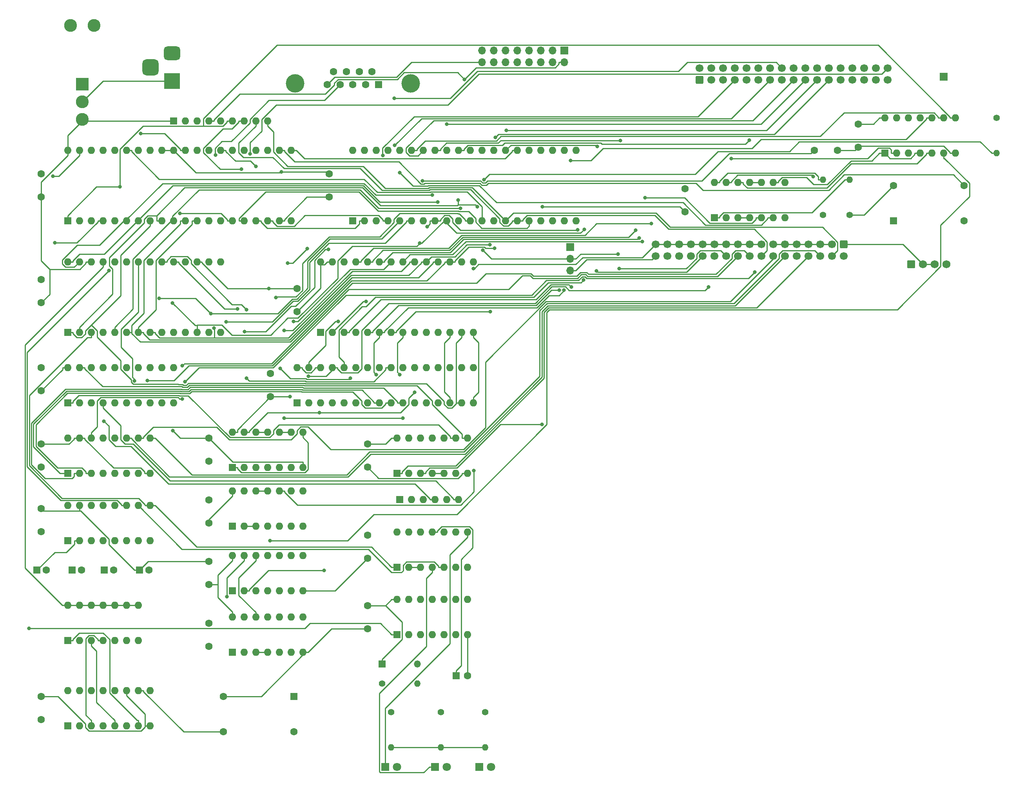
<source format=gbr>
%TF.GenerationSoftware,KiCad,Pcbnew,(6.0.6)*%
%TF.CreationDate,2022-10-29T21:57:17+02:00*%
%TF.ProjectId,SF-7017,53462d37-3031-4372-9e6b-696361645f70,rev?*%
%TF.SameCoordinates,Original*%
%TF.FileFunction,Copper,L1,Top*%
%TF.FilePolarity,Positive*%
%FSLAX46Y46*%
G04 Gerber Fmt 4.6, Leading zero omitted, Abs format (unit mm)*
G04 Created by KiCad (PCBNEW (6.0.6)) date 2022-10-29 21:57:17*
%MOMM*%
%LPD*%
G01*
G04 APERTURE LIST*
G04 Aperture macros list*
%AMRoundRect*
0 Rectangle with rounded corners*
0 $1 Rounding radius*
0 $2 $3 $4 $5 $6 $7 $8 $9 X,Y pos of 4 corners*
0 Add a 4 corners polygon primitive as box body*
4,1,4,$2,$3,$4,$5,$6,$7,$8,$9,$2,$3,0*
0 Add four circle primitives for the rounded corners*
1,1,$1+$1,$2,$3*
1,1,$1+$1,$4,$5*
1,1,$1+$1,$6,$7*
1,1,$1+$1,$8,$9*
0 Add four rect primitives between the rounded corners*
20,1,$1+$1,$2,$3,$4,$5,0*
20,1,$1+$1,$4,$5,$6,$7,0*
20,1,$1+$1,$6,$7,$8,$9,0*
20,1,$1+$1,$8,$9,$2,$3,0*%
G04 Aperture macros list end*
%TA.AperFunction,ComponentPad*%
%ADD10C,1.600000*%
%TD*%
%TA.AperFunction,ComponentPad*%
%ADD11R,1.600000X1.600000*%
%TD*%
%TA.AperFunction,ComponentPad*%
%ADD12O,1.600000X1.600000*%
%TD*%
%TA.AperFunction,ComponentPad*%
%ADD13RoundRect,0.250000X0.600000X-0.600000X0.600000X0.600000X-0.600000X0.600000X-0.600000X-0.600000X0*%
%TD*%
%TA.AperFunction,ComponentPad*%
%ADD14C,1.700000*%
%TD*%
%TA.AperFunction,ComponentPad*%
%ADD15R,1.700000X1.700000*%
%TD*%
%TA.AperFunction,ComponentPad*%
%ADD16O,1.700000X1.700000*%
%TD*%
%TA.AperFunction,ComponentPad*%
%ADD17R,2.775000X2.775000*%
%TD*%
%TA.AperFunction,ComponentPad*%
%ADD18C,2.775000*%
%TD*%
%TA.AperFunction,ComponentPad*%
%ADD19C,1.400000*%
%TD*%
%TA.AperFunction,ComponentPad*%
%ADD20O,1.400000X1.400000*%
%TD*%
%TA.AperFunction,ComponentPad*%
%ADD21R,1.800000X1.800000*%
%TD*%
%TA.AperFunction,ComponentPad*%
%ADD22C,1.800000*%
%TD*%
%TA.AperFunction,ComponentPad*%
%ADD23RoundRect,0.250000X-0.620000X-0.620000X0.620000X-0.620000X0.620000X0.620000X-0.620000X0.620000X0*%
%TD*%
%TA.AperFunction,ComponentPad*%
%ADD24C,1.740000*%
%TD*%
%TA.AperFunction,ComponentPad*%
%ADD25R,1.500000X1.500000*%
%TD*%
%TA.AperFunction,ComponentPad*%
%ADD26O,1.500000X1.500000*%
%TD*%
%TA.AperFunction,ComponentPad*%
%ADD27R,3.500000X3.500000*%
%TD*%
%TA.AperFunction,ComponentPad*%
%ADD28RoundRect,0.750000X-1.000000X0.750000X-1.000000X-0.750000X1.000000X-0.750000X1.000000X0.750000X0*%
%TD*%
%TA.AperFunction,ComponentPad*%
%ADD29RoundRect,0.875000X-0.875000X0.875000X-0.875000X-0.875000X0.875000X-0.875000X0.875000X0.875000X0*%
%TD*%
%TA.AperFunction,ComponentPad*%
%ADD30RoundRect,0.250000X-0.600000X0.600000X-0.600000X-0.600000X0.600000X-0.600000X0.600000X0.600000X0*%
%TD*%
%TA.AperFunction,ComponentPad*%
%ADD31C,4.000000*%
%TD*%
%TA.AperFunction,ViaPad*%
%ADD32C,0.800000*%
%TD*%
%TA.AperFunction,Conductor*%
%ADD33C,0.250000*%
%TD*%
G04 APERTURE END LIST*
D10*
%TO.P,C3,1*%
%TO.N,+5V*%
X109855000Y-126405000D03*
%TO.P,C3,2*%
%TO.N,GND*%
X109855000Y-131405000D03*
%TD*%
%TO.P,C22,1*%
%TO.N,+5V*%
X178435000Y-56475000D03*
%TO.P,C22,2*%
%TO.N,GND*%
X178435000Y-51475000D03*
%TD*%
D11*
%TO.P,IC17,1*%
%TO.N,Net-(IC17-Pad1)*%
X80640000Y-111750000D03*
D12*
%TO.P,IC17,2*%
%TO.N,~{RAM_OE}*%
X83180000Y-111750000D03*
%TO.P,IC17,3*%
%TO.N,Net-(IC14-Pad1)*%
X85720000Y-111750000D03*
%TO.P,IC17,4*%
%TO.N,~{ROM_CE}*%
X88260000Y-111750000D03*
%TO.P,IC17,5*%
%TO.N,N/C*%
X90800000Y-111750000D03*
%TO.P,IC17,6*%
X93340000Y-111750000D03*
%TO.P,IC17,7,GND*%
%TO.N,GND*%
X95880000Y-111750000D03*
%TO.P,IC17,8*%
%TO.N,Net-(IC17-Pad1)*%
X95880000Y-104130000D03*
%TO.P,IC17,9*%
%TO.N,Net-(IC17-Pad10)*%
X93340000Y-104130000D03*
%TO.P,IC17,10*%
X90800000Y-104130000D03*
%TO.P,IC17,11*%
%TO.N,Net-(IC17-Pad11)*%
X88260000Y-104130000D03*
%TO.P,IC17,12*%
X85720000Y-104130000D03*
%TO.P,IC17,13*%
%TO.N,~{RAM_CE1}*%
X83180000Y-104130000D03*
%TO.P,IC17,14,VCC*%
%TO.N,+5V*%
X80640000Y-104130000D03*
%TD*%
D11*
%TO.P,IC20,1*%
%TO.N,RXD*%
X116200000Y-133340000D03*
D12*
%TO.P,IC20,2*%
%TO.N,Net-(IC20-Pad2)*%
X118740000Y-133340000D03*
%TO.P,IC20,3*%
X121280000Y-133340000D03*
%TO.P,IC20,4*%
%TO.N,Net-(D2-Pad1)*%
X123820000Y-133340000D03*
%TO.P,IC20,5*%
%TO.N,TXD*%
X126360000Y-133340000D03*
%TO.P,IC20,6*%
%TO.N,Net-(IC20-Pad6)*%
X128900000Y-133340000D03*
%TO.P,IC20,7,GND*%
%TO.N,GND*%
X131440000Y-133340000D03*
%TO.P,IC20,8*%
%TO.N,Net-(D3-Pad1)*%
X131440000Y-125720000D03*
%TO.P,IC20,9*%
%TO.N,Net-(IC20-Pad6)*%
X128900000Y-125720000D03*
%TO.P,IC20,10*%
%TO.N,Reset55*%
X126360000Y-125720000D03*
%TO.P,IC20,11*%
%TO.N,Net-(C21-Pad1)*%
X123820000Y-125720000D03*
%TO.P,IC20,12*%
%TO.N,N/C*%
X121280000Y-125720000D03*
%TO.P,IC20,13*%
X118740000Y-125720000D03*
%TO.P,IC20,14,VCC*%
%TO.N,+5V*%
X116200000Y-125720000D03*
%TD*%
D11*
%TO.P,IC26,1*%
%TO.N,~{MREQ1}*%
X221610000Y-43805000D03*
D12*
%TO.P,IC26,2*%
%TO.N,~{MEMW}*%
X224150000Y-43805000D03*
%TO.P,IC26,3*%
%TO.N,~{MEMW1}*%
X226690000Y-43805000D03*
%TO.P,IC26,4*%
%TO.N,~{MREQ1}*%
X229230000Y-43805000D03*
%TO.P,IC26,5*%
%TO.N,~{MEMR}*%
X231770000Y-43805000D03*
%TO.P,IC26,6*%
%TO.N,~{MEMR1}*%
X234310000Y-43805000D03*
%TO.P,IC26,7,GND*%
%TO.N,GND*%
X236850000Y-43805000D03*
%TO.P,IC26,8*%
%TO.N,RESET*%
X236850000Y-36185000D03*
%TO.P,IC26,9*%
%TO.N,Reset55*%
X234310000Y-36185000D03*
%TO.P,IC26,10*%
%TO.N,RSTCT*%
X231770000Y-36185000D03*
%TO.P,IC26,11*%
%TO.N,N/C*%
X229230000Y-36185000D03*
%TO.P,IC26,12*%
X226690000Y-36185000D03*
%TO.P,IC26,13*%
X224150000Y-36185000D03*
%TO.P,IC26,14,VCC*%
%TO.N,+5V*%
X221610000Y-36185000D03*
%TD*%
D13*
%TO.P,J1,1,Pin_1*%
%TO.N,A0*%
X181610000Y-27922500D03*
D14*
%TO.P,J1,2,Pin_2*%
%TO.N,A1*%
X181610000Y-25382500D03*
%TO.P,J1,3,Pin_3*%
%TO.N,A2*%
X184150000Y-27922500D03*
%TO.P,J1,4,Pin_4*%
%TO.N,A3*%
X184150000Y-25382500D03*
%TO.P,J1,5,Pin_5*%
%TO.N,A4*%
X186690000Y-27922500D03*
%TO.P,J1,6,Pin_6*%
%TO.N,A5*%
X186690000Y-25382500D03*
%TO.P,J1,7,Pin_7*%
%TO.N,A6*%
X189230000Y-27922500D03*
%TO.P,J1,8,Pin_8*%
%TO.N,A7*%
X189230000Y-25382500D03*
%TO.P,J1,9,Pin_9*%
%TO.N,A8*%
X191770000Y-27922500D03*
%TO.P,J1,10,Pin_10*%
%TO.N,A9*%
X191770000Y-25382500D03*
%TO.P,J1,11,Pin_11*%
%TO.N,A10*%
X194310000Y-27922500D03*
%TO.P,J1,12,Pin_12*%
%TO.N,A11*%
X194310000Y-25382500D03*
%TO.P,J1,13,Pin_13*%
%TO.N,A12*%
X196850000Y-27922500D03*
%TO.P,J1,14,Pin_14*%
%TO.N,A13*%
X196850000Y-25382500D03*
%TO.P,J1,15,Pin_15*%
%TO.N,A14*%
X199390000Y-27922500D03*
%TO.P,J1,16,Pin_16*%
%TO.N,A15*%
X199390000Y-25382500D03*
%TO.P,J1,17,Pin_17*%
%TO.N,D0*%
X201930000Y-27922500D03*
%TO.P,J1,18,Pin_18*%
%TO.N,D1*%
X201930000Y-25382500D03*
%TO.P,J1,19,Pin_19*%
%TO.N,D2*%
X204470000Y-27922500D03*
%TO.P,J1,20,Pin_20*%
%TO.N,D3*%
X204470000Y-25382500D03*
%TO.P,J1,21,Pin_21*%
%TO.N,D4*%
X207010000Y-27922500D03*
%TO.P,J1,22,Pin_22*%
%TO.N,D5*%
X207010000Y-25382500D03*
%TO.P,J1,23,Pin_23*%
%TO.N,D6*%
X209550000Y-27922500D03*
%TO.P,J1,24,Pin_24*%
%TO.N,D7*%
X209550000Y-25382500D03*
%TO.P,J1,25,Pin_25*%
%TO.N,unconnected-(J1-Pad25)*%
X212090000Y-27922500D03*
%TO.P,J1,26,Pin_26*%
%TO.N,~{IOR}*%
X212090000Y-25382500D03*
%TO.P,J1,27,Pin_27*%
%TO.N,unconnected-(J1-Pad27)*%
X214630000Y-27922500D03*
%TO.P,J1,28,Pin_28*%
%TO.N,~{IOW}*%
X214630000Y-25382500D03*
%TO.P,J1,29,Pin_29*%
%TO.N,unconnected-(J1-Pad29)*%
X217170000Y-27922500D03*
%TO.P,J1,30,Pin_30*%
%TO.N,~{MEMR}*%
X217170000Y-25382500D03*
%TO.P,J1,31,Pin_31*%
%TO.N,unconnected-(J1-Pad31)*%
X219710000Y-27922500D03*
%TO.P,J1,32,Pin_32*%
%TO.N,~{MEMW}*%
X219710000Y-25382500D03*
%TO.P,J1,33,Pin_33*%
%TO.N,unconnected-(J1-Pad33)*%
X222250000Y-27922500D03*
%TO.P,J1,34,Pin_34*%
%TO.N,~{MREQ}*%
X222250000Y-25382500D03*
%TD*%
D11*
%TO.P,IC15,1*%
%TO.N,Net-(IC14-Pad1)*%
X80640000Y-138420000D03*
D12*
%TO.P,IC15,2*%
%TO.N,A14*%
X83180000Y-138420000D03*
%TO.P,IC15,3*%
%TO.N,A15*%
X85720000Y-138420000D03*
%TO.P,IC15,4*%
%TO.N,N/C*%
X88260000Y-138420000D03*
%TO.P,IC15,5*%
X90800000Y-138420000D03*
%TO.P,IC15,6*%
X93340000Y-138420000D03*
%TO.P,IC15,7,GND*%
%TO.N,GND*%
X95880000Y-138420000D03*
%TO.P,IC15,8*%
%TO.N,N/C*%
X95880000Y-130800000D03*
%TO.P,IC15,9*%
X93340000Y-130800000D03*
%TO.P,IC15,10*%
X90800000Y-130800000D03*
%TO.P,IC15,11*%
%TO.N,~{ROMSEL}*%
X88260000Y-130800000D03*
%TO.P,IC15,12*%
%TO.N,~{MEMR1}*%
X85720000Y-130800000D03*
%TO.P,IC15,13*%
%TO.N,Net-(IC14-Pad2)*%
X83180000Y-130800000D03*
%TO.P,IC15,14,VCC*%
%TO.N,+5V*%
X80640000Y-130800000D03*
%TD*%
D15*
%TO.P,J6,1,Pin_1*%
%TO.N,fREADY*%
X153670000Y-64135000D03*
D16*
%TO.P,J6,2,Pin_2*%
%TO.N,READY*%
X153670000Y-66675000D03*
%TO.P,J6,3,Pin_3*%
%TO.N,~{fREADY}*%
X153670000Y-69215000D03*
%TD*%
D10*
%TO.P,C7,1*%
%TO.N,+5V*%
X39370000Y-166330000D03*
%TO.P,C7,2*%
%TO.N,GND*%
X39370000Y-161330000D03*
%TD*%
%TO.P,C1,1*%
%TO.N,+5V*%
X215900000Y-37505000D03*
%TO.P,C1,2*%
%TO.N,GND*%
X215900000Y-42505000D03*
%TD*%
D17*
%TO.P,SW1,1,A*%
%TO.N,unconnected-(SW1-Pad1)*%
X48260000Y-28840000D03*
D18*
%TO.P,SW1,2,B*%
%TO.N,Net-(J9-Pad1)*%
X48260000Y-32650000D03*
%TO.P,SW1,3,C*%
%TO.N,+5V*%
X48260000Y-36460000D03*
%TO.P,SW1,S1*%
%TO.N,N/C*%
X50800000Y-16140000D03*
%TO.P,SW1,S2*%
X45720000Y-16140000D03*
%TD*%
D10*
%TO.P,C19,1*%
%TO.N,+5V*%
X75565000Y-123785000D03*
%TO.P,C19,2*%
%TO.N,GND*%
X75565000Y-118785000D03*
%TD*%
D11*
%TO.P,IC38,1,Q11*%
%TO.N,unconnected-(IC38-Pad1)*%
X45100000Y-167630000D03*
D12*
%TO.P,IC38,2,Q5*%
%TO.N,Net-(IC38-Pad2)*%
X47640000Y-167630000D03*
%TO.P,IC38,3,Q4*%
%TO.N,Net-(IC38-Pad3)*%
X50180000Y-167630000D03*
%TO.P,IC38,4,Q6*%
%TO.N,Net-(IC38-Pad4)*%
X52720000Y-167630000D03*
%TO.P,IC38,5,Q3*%
%TO.N,Net-(IC38-Pad5)*%
X55260000Y-167630000D03*
%TO.P,IC38,6,Q2*%
%TO.N,Net-(IC38-Pad6)*%
X57800000Y-167630000D03*
%TO.P,IC38,7,Q1*%
%TO.N,Net-(IC38-Pad7)*%
X60340000Y-167630000D03*
%TO.P,IC38,8,VSS*%
%TO.N,GND*%
X62880000Y-167630000D03*
%TO.P,IC38,9,Q0*%
%TO.N,unconnected-(IC38-Pad9)*%
X62880000Y-160010000D03*
%TO.P,IC38,10,CLK*%
%TO.N,USARTCLK*%
X60340000Y-160010000D03*
%TO.P,IC38,11,Reset*%
%TO.N,GND*%
X57800000Y-160010000D03*
%TO.P,IC38,12,Q8*%
%TO.N,unconnected-(IC38-Pad12)*%
X55260000Y-160010000D03*
%TO.P,IC38,13,Q7*%
%TO.N,Net-(IC38-Pad13)*%
X52720000Y-160010000D03*
%TO.P,IC38,14,Q9*%
%TO.N,unconnected-(IC38-Pad14)*%
X50180000Y-160010000D03*
%TO.P,IC38,15,Q10*%
%TO.N,unconnected-(IC38-Pad15)*%
X47640000Y-160010000D03*
%TO.P,IC38,16,VDD*%
%TO.N,+5V*%
X45100000Y-160010000D03*
%TD*%
D11*
%TO.P,RN2,1,common*%
%TO.N,+5V*%
X116840000Y-118745000D03*
D12*
%TO.P,RN2,2,R1*%
%TO.N,~{INDEX}*%
X119380000Y-118745000D03*
%TO.P,RN2,3,R2*%
%TO.N,~{RDATA}*%
X121920000Y-118745000D03*
%TO.P,RN2,4,R3*%
%TO.N,~{TRK0}*%
X124460000Y-118745000D03*
%TO.P,RN2,5,R4*%
%TO.N,READY*%
X127000000Y-118745000D03*
%TO.P,RN2,6,R5*%
%TO.N,~{WRTPRO}*%
X129540000Y-118745000D03*
%TD*%
D19*
%TO.P,R7,1*%
%TO.N,+5V*%
X113030000Y-158505000D03*
D20*
%TO.P,R7,2*%
%TO.N,Net-(C21-Pad1)*%
X120650000Y-158505000D03*
%TD*%
D11*
%TO.P,IC21,1*%
%TO.N,~{IOW}*%
X184780000Y-57775000D03*
D12*
%TO.P,IC21,2*%
%TO.N,~{MEMW}*%
X187320000Y-57775000D03*
%TO.P,IC21,3*%
%TO.N,Net-(IC21-Pad3)*%
X189860000Y-57775000D03*
%TO.P,IC21,4*%
X192400000Y-57775000D03*
%TO.P,IC21,5*%
%TO.N,~{MREQ1}*%
X194940000Y-57775000D03*
%TO.P,IC21,6*%
%TO.N,~{IOWR}*%
X197480000Y-57775000D03*
%TO.P,IC21,7,GND*%
%TO.N,GND*%
X200020000Y-57775000D03*
%TO.P,IC21,8*%
%TO.N,~{IORD}*%
X200020000Y-50155000D03*
%TO.P,IC21,9*%
%TO.N,~{MREQ1}*%
X197480000Y-50155000D03*
%TO.P,IC21,10*%
%TO.N,Net-(IC21-Pad10)*%
X194940000Y-50155000D03*
%TO.P,IC21,11*%
X192400000Y-50155000D03*
%TO.P,IC21,12*%
%TO.N,~{MEMR}*%
X189860000Y-50155000D03*
%TO.P,IC21,13*%
%TO.N,~{IOR}*%
X187320000Y-50155000D03*
%TO.P,IC21,14,VCC*%
%TO.N,+5V*%
X184780000Y-50155000D03*
%TD*%
D11*
%TO.P,IC14,1*%
%TO.N,Net-(IC14-Pad1)*%
X80640000Y-151755000D03*
D12*
%TO.P,IC14,2*%
%TO.N,Net-(IC14-Pad2)*%
X83180000Y-151755000D03*
%TO.P,IC14,3*%
%TO.N,Net-(IC14-Pad3)*%
X85720000Y-151755000D03*
%TO.P,IC14,4*%
X88260000Y-151755000D03*
%TO.P,IC14,5*%
%TO.N,Net-(IC14-Pad5)*%
X90800000Y-151755000D03*
%TO.P,IC14,6*%
%TO.N,~{RAM_CE1}*%
X93340000Y-151755000D03*
%TO.P,IC14,7,GND*%
%TO.N,GND*%
X95880000Y-151755000D03*
%TO.P,IC14,8*%
%TO.N,N/C*%
X95880000Y-144135000D03*
%TO.P,IC14,9*%
X93340000Y-144135000D03*
%TO.P,IC14,10*%
X90800000Y-144135000D03*
%TO.P,IC14,11*%
%TO.N,Net-(IC14-Pad11)*%
X88260000Y-144135000D03*
%TO.P,IC14,12*%
%TO.N,~{MEMR1}*%
X85720000Y-144135000D03*
%TO.P,IC14,13*%
%TO.N,~{MEMW1}*%
X83180000Y-144135000D03*
%TO.P,IC14,14,VCC*%
%TO.N,+5V*%
X80640000Y-144135000D03*
%TD*%
D10*
%TO.P,C15,1*%
%TO.N,~{IORD}*%
X206375000Y-43180000D03*
%TO.P,C15,2*%
%TO.N,GND*%
X211375000Y-43180000D03*
%TD*%
D11*
%TO.P,IC18,1*%
%TO.N,~{INDEX}*%
X116200000Y-113020000D03*
D12*
%TO.P,IC18,2*%
%TO.N,INDEX*%
X118740000Y-113020000D03*
%TO.P,IC18,3*%
%TO.N,~{RDATA}*%
X121280000Y-113020000D03*
%TO.P,IC18,4*%
%TO.N,Net-(IC18-Pad4)*%
X123820000Y-113020000D03*
%TO.P,IC18,5*%
X126360000Y-113020000D03*
%TO.P,IC18,6*%
%TO.N,~{DSKD}*%
X128900000Y-113020000D03*
%TO.P,IC18,7,GND*%
%TO.N,GND*%
X131440000Y-113020000D03*
%TO.P,IC18,8*%
%TO.N,RW{slash}~{SEEK}*%
X131440000Y-105400000D03*
%TO.P,IC18,9*%
%TO.N,~{RW}{slash}SEEK*%
X128900000Y-105400000D03*
%TO.P,IC18,10*%
%TO.N,fREADY*%
X126360000Y-105400000D03*
%TO.P,IC18,11*%
%TO.N,~{fREADY}*%
X123820000Y-105400000D03*
%TO.P,IC18,12*%
%TO.N,N/C*%
X121280000Y-105400000D03*
%TO.P,IC18,13*%
X118740000Y-105400000D03*
%TO.P,IC18,14,VCC*%
%TO.N,+5V*%
X116200000Y-105400000D03*
%TD*%
D21*
%TO.P,D3,1,K*%
%TO.N,Net-(D3-Pad1)*%
X113665000Y-176530000D03*
D22*
%TO.P,D3,2,A*%
%TO.N,Net-(D3-Pad2)*%
X116205000Y-176530000D03*
%TD*%
D10*
%TO.P,C23,1*%
%TO.N,+5V*%
X75565000Y-150455000D03*
%TO.P,C23,2*%
%TO.N,GND*%
X75565000Y-145455000D03*
%TD*%
%TO.P,C12,1*%
%TO.N,+5V*%
X101600000Y-53300000D03*
%TO.P,C12,2*%
%TO.N,GND*%
X101600000Y-48300000D03*
%TD*%
D11*
%TO.P,IC6,1*%
%TO.N,WDATA*%
X116200000Y-147945000D03*
D12*
%TO.P,IC6,2*%
%TO.N,~{WDATA}*%
X118740000Y-147945000D03*
%TO.P,IC6,3*%
%TO.N,WGATE*%
X121280000Y-147945000D03*
%TO.P,IC6,4*%
%TO.N,~{WGATE}*%
X123820000Y-147945000D03*
%TO.P,IC6,5*%
%TO.N,SIDE*%
X126360000Y-147945000D03*
%TO.P,IC6,6*%
%TO.N,~{SIDE}*%
X128900000Y-147945000D03*
%TO.P,IC6,7,GND*%
%TO.N,GND*%
X131440000Y-147945000D03*
%TO.P,IC6,8*%
%TO.N,N/C*%
X131440000Y-140325000D03*
%TO.P,IC6,9*%
X128900000Y-140325000D03*
%TO.P,IC6,10*%
X126360000Y-140325000D03*
%TO.P,IC6,11*%
X123820000Y-140325000D03*
%TO.P,IC6,12*%
X121280000Y-140325000D03*
%TO.P,IC6,13*%
X118740000Y-140325000D03*
%TO.P,IC6,14,VCC*%
%TO.N,+5V*%
X116200000Y-140325000D03*
%TD*%
D10*
%TO.P,C11,1*%
%TO.N,+5V*%
X39370000Y-53300000D03*
%TO.P,C11,2*%
%TO.N,GND*%
X39370000Y-48300000D03*
%TD*%
D11*
%TO.P,X2,1,NC*%
%TO.N,unconnected-(X2-Pad1)*%
X93980000Y-161290000D03*
D10*
%TO.P,X2,7,GND*%
%TO.N,GND*%
X78740000Y-161290000D03*
%TO.P,X2,8,OUT*%
%TO.N,USARTCLK*%
X78740000Y-168910000D03*
%TO.P,X2,14,Vcc*%
%TO.N,+5V*%
X93980000Y-168910000D03*
%TD*%
%TO.P,C5,1*%
%TO.N,+5V*%
X109855000Y-106720000D03*
%TO.P,C5,2*%
%TO.N,GND*%
X109855000Y-111720000D03*
%TD*%
D11*
%TO.P,IC5,1,n.c.*%
%TO.N,unconnected-(IC5-Pad1)*%
X94615000Y-97770000D03*
D12*
%TO.P,IC5,2,n.c.*%
%TO.N,unconnected-(IC5-Pad2)*%
X97155000Y-97770000D03*
%TO.P,IC5,3,A14*%
%TO.N,A14*%
X99695000Y-97770000D03*
%TO.P,IC5,4,A12*%
%TO.N,A12*%
X102235000Y-97770000D03*
%TO.P,IC5,5,A7*%
%TO.N,A7*%
X104775000Y-97770000D03*
%TO.P,IC5,6,A6*%
%TO.N,A6*%
X107315000Y-97770000D03*
%TO.P,IC5,7,A5*%
%TO.N,A5*%
X109855000Y-97770000D03*
%TO.P,IC5,8,A4*%
%TO.N,A4*%
X112395000Y-97770000D03*
%TO.P,IC5,9,A3*%
%TO.N,A3*%
X114935000Y-97770000D03*
%TO.P,IC5,10,A2*%
%TO.N,A2*%
X117475000Y-97770000D03*
%TO.P,IC5,11,A1*%
%TO.N,A1*%
X120015000Y-97770000D03*
%TO.P,IC5,12,A0*%
%TO.N,A0*%
X122555000Y-97770000D03*
%TO.P,IC5,13,I/O0*%
%TO.N,D0*%
X125095000Y-97770000D03*
%TO.P,IC5,14,I/O1*%
%TO.N,D1*%
X127635000Y-97770000D03*
%TO.P,IC5,15,I/O2*%
%TO.N,D2*%
X130175000Y-97770000D03*
%TO.P,IC5,16,GND*%
%TO.N,GND*%
X132715000Y-97770000D03*
%TO.P,IC5,17,I/O3*%
%TO.N,D3*%
X132715000Y-90150000D03*
%TO.P,IC5,18,I/O4*%
%TO.N,D4*%
X130175000Y-90150000D03*
%TO.P,IC5,19,I/O5*%
%TO.N,D5*%
X127635000Y-90150000D03*
%TO.P,IC5,20,I/O6*%
%TO.N,D6*%
X125095000Y-90150000D03*
%TO.P,IC5,21,I/O7*%
%TO.N,D7*%
X122555000Y-90150000D03*
%TO.P,IC5,22,~{CE1}*%
%TO.N,~{RAM_CE1}*%
X120015000Y-90150000D03*
%TO.P,IC5,23,A10*%
%TO.N,A10*%
X117475000Y-90150000D03*
%TO.P,IC5,24,~{OE}*%
%TO.N,~{RAM_OE}*%
X114935000Y-90150000D03*
%TO.P,IC5,25,A11*%
%TO.N,A11*%
X112395000Y-90150000D03*
%TO.P,IC5,26,A9*%
%TO.N,A9*%
X109855000Y-90150000D03*
%TO.P,IC5,27,A8*%
%TO.N,A8*%
X107315000Y-90150000D03*
%TO.P,IC5,28,A13*%
%TO.N,A13*%
X104775000Y-90150000D03*
%TO.P,IC5,29,~{WE}*%
%TO.N,~{MEMW1}*%
X102235000Y-90150000D03*
%TO.P,IC5,30,CE2*%
%TO.N,+5V*%
X99695000Y-90150000D03*
%TO.P,IC5,31,A15*%
%TO.N,A15*%
X97155000Y-90150000D03*
%TO.P,IC5,32,VDD*%
%TO.N,+5V*%
X94615000Y-90150000D03*
%TD*%
D21*
%TO.P,D2,1,K*%
%TO.N,Net-(D2-Pad1)*%
X124455000Y-176530000D03*
D22*
%TO.P,D2,2,A*%
%TO.N,Net-(D2-Pad2)*%
X126995000Y-176530000D03*
%TD*%
D19*
%TO.P,R1,1*%
%TO.N,GND*%
X245745000Y-36195000D03*
D20*
%TO.P,R1,2*%
%TO.N,~{ROMSEL}*%
X245745000Y-43815000D03*
%TD*%
D23*
%TO.P,J10,1,Pin_1*%
%TO.N,+5V*%
X227330000Y-67830000D03*
D24*
%TO.P,J10,2,Pin_2*%
%TO.N,GND*%
X229870000Y-67830000D03*
%TO.P,J10,3,Pin_3*%
X232410000Y-67830000D03*
%TO.P,J10,4,Pin_4*%
%TO.N,unconnected-(J10-Pad4)*%
X234950000Y-67830000D03*
%TD*%
D11*
%TO.P,C16,1*%
%TO.N,GND*%
X60639900Y-133985000D03*
D10*
%TO.P,C16,2*%
%TO.N,Net-(C16-Pad2)*%
X62639900Y-133985000D03*
%TD*%
D25*
%TO.P,D4,1,K*%
%TO.N,+5V*%
X113025000Y-154305000D03*
D26*
%TO.P,D4,2,A*%
%TO.N,Net-(C21-Pad1)*%
X120645000Y-154305000D03*
%TD*%
D10*
%TO.P,C4,1*%
%TO.N,+5V*%
X88900000Y-96480000D03*
%TO.P,C4,2*%
%TO.N,GND*%
X88900000Y-91480000D03*
%TD*%
D15*
%TO.P,J11,1,Pin_1*%
%TO.N,GND*%
X234315000Y-27235000D03*
%TD*%
D10*
%TO.P,C10,1*%
%TO.N,+5V*%
X39370000Y-125690000D03*
%TO.P,C10,2*%
%TO.N,GND*%
X39370000Y-120690000D03*
%TD*%
%TO.P,C6,1*%
%TO.N,+5V*%
X94615000Y-78065000D03*
%TO.P,C6,2*%
%TO.N,GND*%
X94615000Y-73065000D03*
%TD*%
D11*
%TO.P,IC13,1,VPP*%
%TO.N,unconnected-(IC13-Pad1)*%
X99705000Y-82555000D03*
D12*
%TO.P,IC13,2,A12*%
%TO.N,A12*%
X102245000Y-82555000D03*
%TO.P,IC13,3,A7*%
%TO.N,A7*%
X104785000Y-82555000D03*
%TO.P,IC13,4,A6*%
%TO.N,A6*%
X107325000Y-82555000D03*
%TO.P,IC13,5,A5*%
%TO.N,A5*%
X109865000Y-82555000D03*
%TO.P,IC13,6,A4*%
%TO.N,A4*%
X112405000Y-82555000D03*
%TO.P,IC13,7,A3*%
%TO.N,A3*%
X114945000Y-82555000D03*
%TO.P,IC13,8,A2*%
%TO.N,A2*%
X117485000Y-82555000D03*
%TO.P,IC13,9,A1*%
%TO.N,A1*%
X120025000Y-82555000D03*
%TO.P,IC13,10,A0*%
%TO.N,A0*%
X122565000Y-82555000D03*
%TO.P,IC13,11,D0*%
%TO.N,D0*%
X125105000Y-82555000D03*
%TO.P,IC13,12,D1*%
%TO.N,D1*%
X127645000Y-82555000D03*
%TO.P,IC13,13,D2*%
%TO.N,D2*%
X130185000Y-82555000D03*
%TO.P,IC13,14,GND*%
%TO.N,GND*%
X132725000Y-82555000D03*
%TO.P,IC13,15,D3*%
%TO.N,D3*%
X132725000Y-67315000D03*
%TO.P,IC13,16,D4*%
%TO.N,D4*%
X130185000Y-67315000D03*
%TO.P,IC13,17,D5*%
%TO.N,D5*%
X127645000Y-67315000D03*
%TO.P,IC13,18,D6*%
%TO.N,D6*%
X125105000Y-67315000D03*
%TO.P,IC13,19,D7*%
%TO.N,D7*%
X122565000Y-67315000D03*
%TO.P,IC13,20,~{CE}*%
%TO.N,~{ROM_CE}*%
X120025000Y-67315000D03*
%TO.P,IC13,21,A10*%
%TO.N,A10*%
X117485000Y-67315000D03*
%TO.P,IC13,22,~{OE}*%
%TO.N,~{ROM_OE}*%
X114945000Y-67315000D03*
%TO.P,IC13,23,A11*%
%TO.N,A11*%
X112405000Y-67315000D03*
%TO.P,IC13,24,A9*%
%TO.N,A9*%
X109865000Y-67315000D03*
%TO.P,IC13,25,A8*%
%TO.N,A8*%
X107325000Y-67315000D03*
%TO.P,IC13,26,NC*%
%TO.N,unconnected-(IC13-Pad26)*%
X104785000Y-67315000D03*
%TO.P,IC13,27,~{PGM}*%
%TO.N,+5V*%
X102245000Y-67315000D03*
%TO.P,IC13,28,VCC*%
X99705000Y-67315000D03*
%TD*%
D19*
%TO.P,R4,1*%
%TO.N,Net-(D3-Pad2)*%
X114935000Y-164690000D03*
D20*
%TO.P,R4,2*%
%TO.N,+5V*%
X114935000Y-172310000D03*
%TD*%
D10*
%TO.P,C8,1*%
%TO.N,+5V*%
X39370000Y-95210000D03*
%TO.P,C8,2*%
%TO.N,GND*%
X39370000Y-90210000D03*
%TD*%
D11*
%TO.P,RN1,1,common*%
%TO.N,+5V*%
X67945000Y-36830000D03*
D12*
%TO.P,RN1,2,R1*%
%TO.N,~{DACK}*%
X70485000Y-36830000D03*
%TO.P,RN1,3,R2*%
%TO.N,BUSY*%
X73025000Y-36830000D03*
%TO.P,RN1,4,R3*%
%TO.N,~{STROBE}*%
X75565000Y-36830000D03*
%TO.P,RN1,5,R4*%
%TO.N,unconnected-(RN1-Pad5)*%
X78105000Y-36830000D03*
%TO.P,RN1,6,R5*%
%TO.N,RESET*%
X80645000Y-36830000D03*
%TO.P,RN1,7,R6*%
%TO.N,TC*%
X83185000Y-36830000D03*
%TO.P,RN1,8,R7*%
%TO.N,~{MOTOR}*%
X85725000Y-36830000D03*
%TO.P,RN1,9,R8*%
%TO.N,INUSE*%
X88265000Y-36830000D03*
%TD*%
D10*
%TO.P,C20,1*%
%TO.N,+5V*%
X75565000Y-110450000D03*
%TO.P,C20,2*%
%TO.N,GND*%
X75565000Y-105450000D03*
%TD*%
D27*
%TO.P,J9,1*%
%TO.N,Net-(J9-Pad1)*%
X67632500Y-28225000D03*
D28*
%TO.P,J9,2*%
%TO.N,GND*%
X67632500Y-22225000D03*
D29*
%TO.P,J9,3*%
%TO.N,N/C*%
X62932500Y-25225000D03*
%TD*%
D11*
%TO.P,C14,1*%
%TO.N,Net-(C14-Pad1)*%
X53019900Y-133985000D03*
D10*
%TO.P,C14,2*%
%TO.N,Net-(C14-Pad2)*%
X55019900Y-133985000D03*
%TD*%
%TO.P,C18,1*%
%TO.N,+5V*%
X75565000Y-137120000D03*
%TO.P,C18,2*%
%TO.N,GND*%
X75565000Y-132120000D03*
%TD*%
D11*
%TO.P,IC33,1,D2*%
%TO.N,D2*%
X45070000Y-82555000D03*
D12*
%TO.P,IC33,2,D3*%
%TO.N,D3*%
X47610000Y-82555000D03*
%TO.P,IC33,3,RxD*%
%TO.N,RXD*%
X50150000Y-82555000D03*
%TO.P,IC33,4,GND*%
%TO.N,GND*%
X52690000Y-82555000D03*
%TO.P,IC33,5,D4*%
%TO.N,D4*%
X55230000Y-82555000D03*
%TO.P,IC33,6,D5*%
%TO.N,D5*%
X57770000Y-82555000D03*
%TO.P,IC33,7,D6*%
%TO.N,D6*%
X60310000Y-82555000D03*
%TO.P,IC33,8,D7*%
%TO.N,D7*%
X62850000Y-82555000D03*
%TO.P,IC33,9,~{TxC*%
%TO.N,xCLK*%
X65390000Y-82555000D03*
%TO.P,IC33,10,~{WR*%
%TO.N,~{IOWR}*%
X67930000Y-82555000D03*
%TO.P,IC33,11,~{CS*%
%TO.N,~{8251CS}*%
X70470000Y-82555000D03*
%TO.P,IC33,12,C/~{D*%
%TO.N,A0*%
X73010000Y-82555000D03*
%TO.P,IC33,13,~{RD*%
%TO.N,~{IORD}*%
X75550000Y-82555000D03*
%TO.P,IC33,14,RxRDY*%
%TO.N,unconnected-(IC33-Pad14)*%
X78090000Y-82555000D03*
%TO.P,IC33,15,TxRDY*%
%TO.N,unconnected-(IC33-Pad15)*%
X78090000Y-67315000D03*
%TO.P,IC33,16,SYNDET/BD*%
%TO.N,unconnected-(IC33-Pad16)*%
X75550000Y-67315000D03*
%TO.P,IC33,17,~{CTS*%
%TO.N,GND*%
X73010000Y-67315000D03*
%TO.P,IC33,18,TxEMPTY*%
%TO.N,unconnected-(IC33-Pad18)*%
X70470000Y-67315000D03*
%TO.P,IC33,19,TxD*%
%TO.N,TXD*%
X67930000Y-67315000D03*
%TO.P,IC33,20,CLK*%
%TO.N,USARTCLK*%
X65390000Y-67315000D03*
%TO.P,IC33,21,RESET*%
%TO.N,RESET*%
X62850000Y-67315000D03*
%TO.P,IC33,22,~{DSR*%
%TO.N,~{DSR}*%
X60310000Y-67315000D03*
%TO.P,IC33,23,~{RTS*%
%TO.N,unconnected-(IC33-Pad23)*%
X57770000Y-67315000D03*
%TO.P,IC33,24,~{DTR*%
%TO.N,~{DTR}*%
X55230000Y-67315000D03*
%TO.P,IC33,25,~{RxC*%
%TO.N,xCLK*%
X52690000Y-67315000D03*
%TO.P,IC33,26,VCC*%
%TO.N,+5V*%
X50150000Y-67315000D03*
%TO.P,IC33,27,D0*%
%TO.N,D0*%
X47610000Y-67315000D03*
%TO.P,IC33,28,D1*%
%TO.N,D1*%
X45070000Y-67315000D03*
%TD*%
D11*
%TO.P,J4,1,Pin_1*%
%TO.N,Net-(IC38-Pad7)*%
X45105000Y-149215000D03*
D12*
%TO.P,J4,2,Pin_2*%
%TO.N,Net-(IC38-Pad6)*%
X47645000Y-149215000D03*
%TO.P,J4,3,Pin_3*%
%TO.N,Net-(IC38-Pad5)*%
X50185000Y-149215000D03*
%TO.P,J4,4,Pin_4*%
%TO.N,Net-(IC38-Pad3)*%
X52725000Y-149215000D03*
%TO.P,J4,5,Pin_5*%
%TO.N,Net-(IC38-Pad2)*%
X55265000Y-149215000D03*
%TO.P,J4,6,Pin_6*%
%TO.N,Net-(IC38-Pad4)*%
X57805000Y-149215000D03*
%TO.P,J4,7,Pin_7*%
%TO.N,Net-(IC38-Pad13)*%
X60345000Y-149215000D03*
%TO.P,J4,8,Pin_8*%
%TO.N,xCLK*%
X60345000Y-141595000D03*
%TO.P,J4,9,Pin_9*%
X57805000Y-141595000D03*
%TO.P,J4,10,Pin_10*%
X55265000Y-141595000D03*
%TO.P,J4,11,Pin_11*%
X52725000Y-141595000D03*
%TO.P,J4,12,Pin_12*%
X50185000Y-141595000D03*
%TO.P,J4,13,Pin_13*%
X47645000Y-141595000D03*
%TO.P,J4,14,Pin_14*%
X45105000Y-141595000D03*
%TD*%
D10*
%TO.P,C2,1*%
%TO.N,+5V*%
X39365000Y-111720000D03*
%TO.P,C2,2*%
%TO.N,GND*%
X39365000Y-106720000D03*
%TD*%
%TO.P,C17,1*%
%TO.N,+5V*%
X109855000Y-141645000D03*
%TO.P,C17,2*%
%TO.N,GND*%
X109855000Y-146645000D03*
%TD*%
D11*
%TO.P,IC2,1,PA3*%
%TO.N,unconnected-(IC2-Pad1)*%
X106685000Y-58425000D03*
D12*
%TO.P,IC2,2,PA2*%
%TO.N,INDEX*%
X109225000Y-58425000D03*
%TO.P,IC2,3,PA1*%
%TO.N,BUSY*%
X111765000Y-58425000D03*
%TO.P,IC2,4,PA0*%
%TO.N,FDCINT*%
X114305000Y-58425000D03*
%TO.P,IC2,5,~{RD}*%
%TO.N,~{IORD}*%
X116845000Y-58425000D03*
%TO.P,IC2,6,~{CS}*%
%TO.N,~{8255CS}*%
X119385000Y-58425000D03*
%TO.P,IC2,7,GND*%
%TO.N,GND*%
X121925000Y-58425000D03*
%TO.P,IC2,8,A1*%
%TO.N,A1*%
X124465000Y-58425000D03*
%TO.P,IC2,9,A0*%
%TO.N,A0*%
X127005000Y-58425000D03*
%TO.P,IC2,10,PC7*%
%TO.N,~{STROBE}*%
X129545000Y-58425000D03*
%TO.P,IC2,11,PC6*%
%TO.N,~{ROMSEL}*%
X132085000Y-58425000D03*
%TO.P,IC2,12,PC5*%
%TO.N,READY*%
X134625000Y-58425000D03*
%TO.P,IC2,13,PC4*%
%TO.N,unconnected-(IC2-Pad13)*%
X137165000Y-58425000D03*
%TO.P,IC2,14,PC0*%
%TO.N,INUSE*%
X139705000Y-58425000D03*
%TO.P,IC2,15,PC1*%
%TO.N,~{MOTOR}*%
X142245000Y-58425000D03*
%TO.P,IC2,16,PC2*%
%TO.N,TC*%
X144785000Y-58425000D03*
%TO.P,IC2,17,PC3*%
%TO.N,RSTCT*%
X147325000Y-58425000D03*
%TO.P,IC2,18,PB0*%
%TO.N,GPIO0*%
X149865000Y-58425000D03*
%TO.P,IC2,19,PB1*%
%TO.N,GPIO1*%
X152405000Y-58425000D03*
%TO.P,IC2,20,PB2*%
%TO.N,GPIO2*%
X154945000Y-58425000D03*
%TO.P,IC2,21,PB3*%
%TO.N,GPIO3*%
X154945000Y-43185000D03*
%TO.P,IC2,22,PB4*%
%TO.N,GPIO4*%
X152405000Y-43185000D03*
%TO.P,IC2,23,PB5*%
%TO.N,GPIO5*%
X149865000Y-43185000D03*
%TO.P,IC2,24,PB6*%
%TO.N,GPIO6*%
X147325000Y-43185000D03*
%TO.P,IC2,25,PB7*%
%TO.N,GPIO7*%
X144785000Y-43185000D03*
%TO.P,IC2,26,VCC*%
%TO.N,+5V*%
X142245000Y-43185000D03*
%TO.P,IC2,27,D7*%
%TO.N,D7*%
X139705000Y-43185000D03*
%TO.P,IC2,28,D6*%
%TO.N,D6*%
X137165000Y-43185000D03*
%TO.P,IC2,29,D5*%
%TO.N,D5*%
X134625000Y-43185000D03*
%TO.P,IC2,30,D4*%
%TO.N,D4*%
X132085000Y-43185000D03*
%TO.P,IC2,31,D3*%
%TO.N,D3*%
X129545000Y-43185000D03*
%TO.P,IC2,32,D2*%
%TO.N,D2*%
X127005000Y-43185000D03*
%TO.P,IC2,33,D1*%
%TO.N,D1*%
X124465000Y-43185000D03*
%TO.P,IC2,34,D0*%
%TO.N,D0*%
X121925000Y-43185000D03*
%TO.P,IC2,35,RESET*%
%TO.N,Reset55*%
X119385000Y-43185000D03*
%TO.P,IC2,36,~{WR}*%
%TO.N,~{IOWR}*%
X116845000Y-43185000D03*
%TO.P,IC2,37,PA7*%
%TO.N,unconnected-(IC2-Pad37)*%
X114305000Y-43185000D03*
%TO.P,IC2,38,PA6*%
%TO.N,unconnected-(IC2-Pad38)*%
X111765000Y-43185000D03*
%TO.P,IC2,39,PA5*%
%TO.N,unconnected-(IC2-Pad39)*%
X109225000Y-43185000D03*
%TO.P,IC2,40,PA4*%
%TO.N,unconnected-(IC2-Pad40)*%
X106685000Y-43185000D03*
%TD*%
D11*
%TO.P,X1,1,NC*%
%TO.N,unconnected-(X1-Pad1)*%
X223520000Y-58420000D03*
D10*
%TO.P,X1,7,GND*%
%TO.N,GND*%
X238760000Y-58420000D03*
%TO.P,X1,8,OUT*%
%TO.N,FDCCLK*%
X238760000Y-50800000D03*
%TO.P,X1,14,Vcc*%
%TO.N,+5V*%
X223520000Y-50800000D03*
%TD*%
D19*
%TO.P,R3,1*%
%TO.N,Net-(D2-Pad2)*%
X125730000Y-164690000D03*
D20*
%TO.P,R3,2*%
%TO.N,+5V*%
X125730000Y-172310000D03*
%TD*%
D11*
%TO.P,IC22,1,E*%
%TO.N,A4*%
X45075000Y-113020000D03*
D12*
%TO.P,IC22,2,A0*%
%TO.N,A2*%
X47615000Y-113020000D03*
%TO.P,IC22,3,A1*%
%TO.N,A3*%
X50155000Y-113020000D03*
%TO.P,IC22,4,O0*%
%TO.N,~{9266CS}*%
X52695000Y-113020000D03*
%TO.P,IC22,5,O1*%
%TO.N,~{8255CS}*%
X55235000Y-113020000D03*
%TO.P,IC22,6,O2*%
%TO.N,~{8251CS}*%
X57775000Y-113020000D03*
%TO.P,IC22,7,O3*%
%TO.N,unconnected-(IC22-Pad7)*%
X60315000Y-113020000D03*
%TO.P,IC22,8,GND*%
%TO.N,GND*%
X62855000Y-113020000D03*
%TO.P,IC22,9,O3*%
%TO.N,~{DS3}*%
X62855000Y-105400000D03*
%TO.P,IC22,10,O2*%
%TO.N,~{DS2}*%
X60315000Y-105400000D03*
%TO.P,IC22,11,O1*%
%TO.N,~{DS1}*%
X57775000Y-105400000D03*
%TO.P,IC22,12,O0*%
%TO.N,~{DS0}*%
X55235000Y-105400000D03*
%TO.P,IC22,13,A1*%
%TO.N,US1*%
X52695000Y-105400000D03*
%TO.P,IC22,14,A0*%
%TO.N,US0*%
X50155000Y-105400000D03*
%TO.P,IC22,15,E*%
%TO.N,GND*%
X47615000Y-105400000D03*
%TO.P,IC22,16,VCC*%
%TO.N,+5V*%
X45075000Y-105400000D03*
%TD*%
D19*
%TO.P,R2,1*%
%TO.N,Net-(D1-Pad2)*%
X135255000Y-164690000D03*
D20*
%TO.P,R2,2*%
%TO.N,+5V*%
X135255000Y-172310000D03*
%TD*%
D30*
%TO.P,J3,1,Pin_1*%
%TO.N,GND*%
X212725000Y-63517500D03*
D14*
%TO.P,J3,2,Pin_2*%
%TO.N,unconnected-(J3-Pad2)*%
X212725000Y-66057500D03*
%TO.P,J3,3,Pin_3*%
%TO.N,GND*%
X210185000Y-63517500D03*
%TO.P,J3,4,Pin_4*%
%TO.N,INUSE*%
X210185000Y-66057500D03*
%TO.P,J3,5,Pin_5*%
%TO.N,GND*%
X207645000Y-63517500D03*
%TO.P,J3,6,Pin_6*%
%TO.N,~{DS3}*%
X207645000Y-66057500D03*
%TO.P,J3,7,Pin_7*%
%TO.N,GND*%
X205105000Y-63517500D03*
%TO.P,J3,8,Pin_8*%
%TO.N,~{INDEX}*%
X205105000Y-66057500D03*
%TO.P,J3,9,Pin_9*%
%TO.N,GND*%
X202565000Y-63517500D03*
%TO.P,J3,10,Pin_10*%
%TO.N,~{DS0}*%
X202565000Y-66057500D03*
%TO.P,J3,11,Pin_11*%
%TO.N,GND*%
X200025000Y-63517500D03*
%TO.P,J3,12,Pin_12*%
%TO.N,~{DS1}*%
X200025000Y-66057500D03*
%TO.P,J3,13,Pin_13*%
%TO.N,GND*%
X197485000Y-63517500D03*
%TO.P,J3,14,Pin_14*%
%TO.N,~{DS2}*%
X197485000Y-66057500D03*
%TO.P,J3,15,Pin_15*%
%TO.N,GND*%
X194945000Y-63517500D03*
%TO.P,J3,16,Pin_16*%
%TO.N,~{MOTOR}*%
X194945000Y-66057500D03*
%TO.P,J3,17,Pin_17*%
%TO.N,GND*%
X192405000Y-63517500D03*
%TO.P,J3,18,Pin_18*%
%TO.N,~{DIR}*%
X192405000Y-66057500D03*
%TO.P,J3,19,Pin_19*%
%TO.N,GND*%
X189865000Y-63517500D03*
%TO.P,J3,20,Pin_20*%
%TO.N,~{STEP}*%
X189865000Y-66057500D03*
%TO.P,J3,21,Pin_21*%
%TO.N,GND*%
X187325000Y-63517500D03*
%TO.P,J3,22,Pin_22*%
%TO.N,~{WDATA}*%
X187325000Y-66057500D03*
%TO.P,J3,23,Pin_23*%
%TO.N,GND*%
X184785000Y-63517500D03*
%TO.P,J3,24,Pin_24*%
%TO.N,~{WGATE}*%
X184785000Y-66057500D03*
%TO.P,J3,25,Pin_25*%
%TO.N,GND*%
X182245000Y-63517500D03*
%TO.P,J3,26,Pin_26*%
%TO.N,~{TRK0}*%
X182245000Y-66057500D03*
%TO.P,J3,27,Pin_27*%
%TO.N,GND*%
X179705000Y-63517500D03*
%TO.P,J3,28,Pin_28*%
%TO.N,~{WRTPRO}*%
X179705000Y-66057500D03*
%TO.P,J3,29,Pin_29*%
%TO.N,GND*%
X177165000Y-63517500D03*
%TO.P,J3,30,Pin_30*%
%TO.N,~{RDATA}*%
X177165000Y-66057500D03*
%TO.P,J3,31,Pin_31*%
%TO.N,GND*%
X174625000Y-63517500D03*
%TO.P,J3,32,Pin_32*%
%TO.N,~{SIDE}*%
X174625000Y-66057500D03*
%TO.P,J3,33,Pin_33*%
%TO.N,GND*%
X172085000Y-63517500D03*
%TO.P,J3,34,Pin_34*%
%TO.N,~{fREADY}*%
X172085000Y-66057500D03*
%TD*%
D31*
%TO.P,J5,0*%
%TO.N,N/C*%
X94190000Y-28700300D03*
X119190000Y-28700300D03*
D11*
%TO.P,J5,1,1*%
%TO.N,unconnected-(J5-Pad1)*%
X112230000Y-29000300D03*
D10*
%TO.P,J5,2,2*%
%TO.N,RX*%
X109460000Y-29000300D03*
%TO.P,J5,3,3*%
%TO.N,TX*%
X106690000Y-29000300D03*
%TO.P,J5,4,4*%
%TO.N,DTR*%
X103920000Y-29000300D03*
%TO.P,J5,5,5*%
%TO.N,GND*%
X101150000Y-29000300D03*
%TO.P,J5,6,6*%
%TO.N,DSR*%
X110845000Y-26160300D03*
%TO.P,J5,7,7*%
%TO.N,unconnected-(J5-Pad7)*%
X108075000Y-26160300D03*
%TO.P,J5,8,8*%
%TO.N,unconnected-(J5-Pad8)*%
X105305000Y-26160300D03*
%TO.P,J5,9,9*%
%TO.N,unconnected-(J5-Pad9)*%
X102535000Y-26160300D03*
%TD*%
D11*
%TO.P,IC3,1,RESET*%
%TO.N,RESET*%
X45090000Y-58425000D03*
D12*
%TO.P,IC3,2,~{RD}*%
%TO.N,~{IORD}*%
X47630000Y-58425000D03*
%TO.P,IC3,3,~{WR}*%
%TO.N,~{IOWR}*%
X50170000Y-58425000D03*
%TO.P,IC3,4,~{CS}*%
%TO.N,~{9266CS}*%
X52710000Y-58425000D03*
%TO.P,IC3,5,A0*%
%TO.N,A0*%
X55250000Y-58425000D03*
%TO.P,IC3,6,DB0*%
%TO.N,D0*%
X57790000Y-58425000D03*
%TO.P,IC3,7,DB1*%
%TO.N,D1*%
X60330000Y-58425000D03*
%TO.P,IC3,8,DB2*%
%TO.N,D2*%
X62870000Y-58425000D03*
%TO.P,IC3,9,DB3*%
%TO.N,D3*%
X65410000Y-58425000D03*
%TO.P,IC3,10,DB4*%
%TO.N,D4*%
X67950000Y-58425000D03*
%TO.P,IC3,11,DB5*%
%TO.N,D5*%
X70490000Y-58425000D03*
%TO.P,IC3,12,DB6*%
%TO.N,D6*%
X73030000Y-58425000D03*
%TO.P,IC3,13,DB7*%
%TO.N,D7*%
X75570000Y-58425000D03*
%TO.P,IC3,14,DRQ*%
%TO.N,unconnected-(IC3-Pad14)*%
X78110000Y-58425000D03*
%TO.P,IC3,15,~{DACK}*%
%TO.N,~{DACK}*%
X80650000Y-58425000D03*
%TO.P,IC3,16,TC*%
%TO.N,TC*%
X83190000Y-58425000D03*
%TO.P,IC3,17,IDX*%
%TO.N,INDEX*%
X85730000Y-58425000D03*
%TO.P,IC3,18,INT*%
%TO.N,FDCINT*%
X88270000Y-58425000D03*
%TO.P,IC3,19,TEST*%
%TO.N,+5V*%
X90810000Y-58425000D03*
%TO.P,IC3,20,GND*%
%TO.N,GND*%
X93350000Y-58425000D03*
%TO.P,IC3,21,MINI*%
%TO.N,+5V*%
X93350000Y-43185000D03*
%TO.P,IC3,22,CLK*%
%TO.N,FDCCLK*%
X90810000Y-43185000D03*
%TO.P,IC3,23,~{DSKD}*%
%TO.N,~{DSKD}*%
X88270000Y-43185000D03*
%TO.P,IC3,24,P0*%
%TO.N,GND*%
X85730000Y-43185000D03*
%TO.P,IC3,25,WE*%
%TO.N,WGATE*%
X83190000Y-43185000D03*
%TO.P,IC3,26,MFM*%
%TO.N,unconnected-(IC3-Pad26)*%
X80650000Y-43185000D03*
%TO.P,IC3,27,HD*%
%TO.N,SIDE*%
X78110000Y-43185000D03*
%TO.P,IC3,28,US1*%
%TO.N,US1*%
X75570000Y-43185000D03*
%TO.P,IC3,29,US0*%
%TO.N,US0*%
X73030000Y-43185000D03*
%TO.P,IC3,30,WDOUT*%
%TO.N,WDATA*%
X70490000Y-43185000D03*
%TO.P,IC3,31,P1*%
%TO.N,GND*%
X67950000Y-43185000D03*
%TO.P,IC3,32,P2*%
X65410000Y-43185000D03*
%TO.P,IC3,33,FLT/TR0*%
%TO.N,FLT{slash}TRO*%
X62870000Y-43185000D03*
%TO.P,IC3,34,WP/TS*%
%TO.N,WP{slash}TS*%
X60330000Y-43185000D03*
%TO.P,IC3,35,RDY*%
%TO.N,READY*%
X57790000Y-43185000D03*
%TO.P,IC3,36,HDL*%
%TO.N,unconnected-(IC3-Pad36)*%
X55250000Y-43185000D03*
%TO.P,IC3,37,FR/STP*%
%TO.N,FR{slash}STEP*%
X52710000Y-43185000D03*
%TO.P,IC3,38,LCT/DIR*%
%TO.N,LCT{slash}DIR*%
X50170000Y-43185000D03*
%TO.P,IC3,39,RW/SEEK*%
%TO.N,~{RW}{slash}SEEK*%
X47630000Y-43185000D03*
%TO.P,IC3,40,VCC*%
%TO.N,+5V*%
X45090000Y-43185000D03*
%TD*%
D15*
%TO.P,J2,1,Pin_1*%
%TO.N,GPIO0*%
X152400000Y-21590000D03*
D16*
%TO.P,J2,2,Pin_2*%
%TO.N,~{STROBE}*%
X152400000Y-24130000D03*
%TO.P,J2,3,Pin_3*%
%TO.N,GPIO1*%
X149860000Y-21590000D03*
%TO.P,J2,4,Pin_4*%
%TO.N,BUSY*%
X149860000Y-24130000D03*
%TO.P,J2,5,Pin_5*%
%TO.N,GPIO2*%
X147320000Y-21590000D03*
%TO.P,J2,6,Pin_6*%
%TO.N,unconnected-(J2-Pad6)*%
X147320000Y-24130000D03*
%TO.P,J2,7,Pin_7*%
%TO.N,GPIO3*%
X144780000Y-21590000D03*
%TO.P,J2,8,Pin_8*%
%TO.N,unconnected-(J2-Pad8)*%
X144780000Y-24130000D03*
%TO.P,J2,9,Pin_9*%
%TO.N,GPIO4*%
X142240000Y-21590000D03*
%TO.P,J2,10,Pin_10*%
%TO.N,unconnected-(J2-Pad10)*%
X142240000Y-24130000D03*
%TO.P,J2,11,Pin_11*%
%TO.N,GPIO5*%
X139700000Y-21590000D03*
%TO.P,J2,12,Pin_12*%
%TO.N,unconnected-(J2-Pad12)*%
X139700000Y-24130000D03*
%TO.P,J2,13,Pin_13*%
%TO.N,GPIO6*%
X137160000Y-21590000D03*
%TO.P,J2,14,Pin_14*%
%TO.N,+5V*%
X137160000Y-24130000D03*
%TO.P,J2,15,Pin_15*%
%TO.N,GPIO7*%
X134620000Y-21590000D03*
%TO.P,J2,16,Pin_16*%
%TO.N,GND*%
X134620000Y-24130000D03*
%TD*%
D19*
%TO.P,R19,1*%
%TO.N,~{IOR}*%
X208280000Y-57150000D03*
D20*
%TO.P,R19,2*%
%TO.N,+5V*%
X208280000Y-49530000D03*
%TD*%
D11*
%TO.P,C13,1*%
%TO.N,Net-(C13-Pad1)*%
X46034900Y-133985000D03*
D10*
%TO.P,C13,2*%
%TO.N,Net-(C13-Pad2)*%
X48034900Y-133985000D03*
%TD*%
D11*
%TO.P,U10,1,C1+*%
%TO.N,Net-(C13-Pad1)*%
X45100000Y-127625000D03*
D12*
%TO.P,U10,2,VS+*%
%TO.N,Net-(C29-Pad1)*%
X47640000Y-127625000D03*
%TO.P,U10,3,C1-*%
%TO.N,Net-(C13-Pad2)*%
X50180000Y-127625000D03*
%TO.P,U10,4,C2+*%
%TO.N,Net-(C14-Pad1)*%
X52720000Y-127625000D03*
%TO.P,U10,5,C2-*%
%TO.N,Net-(C14-Pad2)*%
X55260000Y-127625000D03*
%TO.P,U10,6,VS-*%
%TO.N,Net-(C16-Pad2)*%
X57800000Y-127625000D03*
%TO.P,U10,7,T2OUT*%
%TO.N,TX*%
X60340000Y-127625000D03*
%TO.P,U10,8,R2IN*%
%TO.N,RX*%
X62880000Y-127625000D03*
%TO.P,U10,9,R2OUT*%
%TO.N,RXD*%
X62880000Y-120005000D03*
%TO.P,U10,10,T2IN*%
%TO.N,TXD*%
X60340000Y-120005000D03*
%TO.P,U10,11,T1IN*%
%TO.N,~{DTR}*%
X57800000Y-120005000D03*
%TO.P,U10,12,R1OUT*%
%TO.N,~{DSR}*%
X55260000Y-120005000D03*
%TO.P,U10,13,R1IN*%
%TO.N,DSR*%
X52720000Y-120005000D03*
%TO.P,U10,14,T1OUT*%
%TO.N,DTR*%
X50180000Y-120005000D03*
%TO.P,U10,15,GND*%
%TO.N,GND*%
X47640000Y-120005000D03*
%TO.P,U10,16,VCC*%
%TO.N,+5V*%
X45100000Y-120005000D03*
%TD*%
D11*
%TO.P,C21,1*%
%TO.N,Net-(C21-Pad1)*%
X128969900Y-156845000D03*
D10*
%TO.P,C21,2*%
%TO.N,GND*%
X131469900Y-156845000D03*
%TD*%
D11*
%TO.P,IC16,1*%
%TO.N,Net-(IC14-Pad11)*%
X80640000Y-124450000D03*
D12*
%TO.P,IC16,2*%
%TO.N,Net-(IC16-Pad2)*%
X83180000Y-124450000D03*
%TO.P,IC16,3*%
X85720000Y-124450000D03*
%TO.P,IC16,4*%
%TO.N,Net-(IC14-Pad5)*%
X88260000Y-124450000D03*
%TO.P,IC16,5*%
%TO.N,N/C*%
X90800000Y-124450000D03*
%TO.P,IC16,6*%
X93340000Y-124450000D03*
%TO.P,IC16,7,GND*%
%TO.N,GND*%
X95880000Y-124450000D03*
%TO.P,IC16,8*%
%TO.N,~{ROM_OE}*%
X95880000Y-116830000D03*
%TO.P,IC16,9*%
%TO.N,Net-(IC14-Pad2)*%
X93340000Y-116830000D03*
%TO.P,IC16,10*%
%TO.N,~{MREQ1}*%
X90800000Y-116830000D03*
%TO.P,IC16,11*%
%TO.N,Net-(IC16-Pad11)*%
X88260000Y-116830000D03*
%TO.P,IC16,12*%
X85720000Y-116830000D03*
%TO.P,IC16,13*%
%TO.N,~{MREQ}*%
X83180000Y-116830000D03*
%TO.P,IC16,14,VCC*%
%TO.N,+5V*%
X80640000Y-116830000D03*
%TD*%
D11*
%TO.P,U8,1,OEa*%
%TO.N,~{RW}{slash}SEEK*%
X45090000Y-97780000D03*
D12*
%TO.P,U8,2,I0a*%
%TO.N,+5V*%
X47630000Y-97780000D03*
%TO.P,U8,3,O3b*%
%TO.N,FLT{slash}TRO*%
X50170000Y-97780000D03*
%TO.P,U8,4,I1a*%
%TO.N,~{WRTPRO}*%
X52710000Y-97780000D03*
%TO.P,U8,5,O2b*%
%TO.N,WP{slash}TS*%
X55250000Y-97780000D03*
%TO.P,U8,6,I2a*%
%TO.N,FR{slash}STEP*%
X57790000Y-97780000D03*
%TO.P,U8,7,O1b*%
%TO.N,~{STEP}*%
X60330000Y-97780000D03*
%TO.P,U8,8,I3a*%
%TO.N,LCT{slash}DIR*%
X62870000Y-97780000D03*
%TO.P,U8,9,O0b*%
%TO.N,~{DIR}*%
X65410000Y-97780000D03*
%TO.P,U8,10,GND*%
%TO.N,GND*%
X67950000Y-97780000D03*
%TO.P,U8,11,I0b*%
%TO.N,LCT{slash}DIR*%
X67950000Y-90160000D03*
%TO.P,U8,12,O3a*%
%TO.N,unconnected-(U8-Pad12)*%
X65410000Y-90160000D03*
%TO.P,U8,13,I1b*%
%TO.N,FR{slash}STEP*%
X62870000Y-90160000D03*
%TO.P,U8,14,O2a*%
%TO.N,unconnected-(U8-Pad14)*%
X60330000Y-90160000D03*
%TO.P,U8,15,I2b*%
%TO.N,GND*%
X57790000Y-90160000D03*
%TO.P,U8,16,O1a*%
%TO.N,WP{slash}TS*%
X55250000Y-90160000D03*
%TO.P,U8,17,I3b*%
%TO.N,~{TRK0}*%
X52710000Y-90160000D03*
%TO.P,U8,18,O0a*%
%TO.N,FLT{slash}TRO*%
X50170000Y-90160000D03*
%TO.P,U8,19,OEb*%
%TO.N,RW{slash}~{SEEK}*%
X47630000Y-90160000D03*
%TO.P,U8,20,VCC*%
%TO.N,+5V*%
X45090000Y-90160000D03*
%TD*%
D10*
%TO.P,C9,1*%
%TO.N,+5V*%
X39370000Y-76160000D03*
%TO.P,C9,2*%
%TO.N,GND*%
X39370000Y-71160000D03*
%TD*%
D19*
%TO.P,R18,1*%
%TO.N,+5V*%
X213995000Y-57150000D03*
D20*
%TO.P,R18,2*%
%TO.N,~{IOW}*%
X213995000Y-49530000D03*
%TD*%
D11*
%TO.P,C29,1*%
%TO.N,Net-(C29-Pad1)*%
X38414900Y-133985000D03*
D10*
%TO.P,C29,2*%
%TO.N,+5V*%
X40414900Y-133985000D03*
%TD*%
D21*
%TO.P,D1,1,K*%
%TO.N,GND*%
X133985000Y-176530000D03*
D22*
%TO.P,D1,2,A*%
%TO.N,Net-(D1-Pad2)*%
X136525000Y-176530000D03*
%TD*%
D32*
%TO.N,A14*%
X100458000Y-134075100D03*
%TO.N,A15*%
X103554900Y-80215300D03*
X115598100Y-31936700D03*
%TO.N,~{ROMSEL}*%
X135041500Y-49510800D03*
X90066200Y-75028900D03*
%TO.N,~{IORD}*%
X75971900Y-78477300D03*
X121734200Y-49754700D03*
X64842100Y-75235400D03*
%TO.N,A12*%
X109545500Y-75882100D03*
X115750700Y-42120400D03*
%TO.N,A7*%
X153863400Y-72741800D03*
%TO.N,A6*%
X113210700Y-44251500D03*
%TO.N,A5*%
X151307100Y-73401800D03*
%TO.N,A4*%
X152307300Y-73401800D03*
X111738000Y-91682400D03*
%TO.N,A3*%
X136409800Y-78060500D03*
%TO.N,A2*%
X116826200Y-91672100D03*
%TO.N,A1*%
X122768600Y-59659300D03*
X155257500Y-60347100D03*
%TO.N,A0*%
X121150200Y-63283800D03*
X156656700Y-60273700D03*
X67718700Y-76179500D03*
%TO.N,D0*%
X123827800Y-52870500D03*
%TO.N,D1*%
X164451600Y-41079100D03*
X125046100Y-54387100D03*
%TO.N,D2*%
X127006300Y-37530700D03*
%TO.N,GND*%
X67808900Y-103832700D03*
X132725000Y-68718300D03*
X91260900Y-47875900D03*
X88532100Y-73065000D03*
%TO.N,D3*%
X192337300Y-40969400D03*
X133570000Y-55376000D03*
X129450000Y-53938900D03*
%TO.N,D4*%
X129937500Y-55696100D03*
X139828300Y-38902600D03*
%TO.N,D5*%
X137314000Y-64330300D03*
%TO.N,D6*%
X137451600Y-40398700D03*
%TO.N,D7*%
X159467900Y-42353700D03*
X136313800Y-63605200D03*
X76653400Y-81663400D03*
%TO.N,A10*%
X169225700Y-62880000D03*
%TO.N,A11*%
X168541600Y-62142500D03*
%TO.N,A9*%
X167815100Y-60442700D03*
%TO.N,A8*%
X171140300Y-59028500D03*
%TO.N,A13*%
X156546500Y-71232600D03*
%TO.N,~{MEMW}*%
X188445100Y-44941600D03*
%TO.N,+5V*%
X93080000Y-96480000D03*
X147632300Y-55383600D03*
%TO.N,RESET*%
X56390400Y-51095200D03*
%TO.N,~{IOR}*%
X206177300Y-48842700D03*
%TO.N,~{9266CS}*%
X42305000Y-63195300D03*
%TO.N,TC*%
X82601800Y-47295600D03*
%TO.N,INDEX*%
X91006800Y-90360700D03*
X106186000Y-92456500D03*
%TO.N,~{DSKD}*%
X92632200Y-67538200D03*
X117469900Y-101132400D03*
X96804600Y-64473400D03*
X91837700Y-101132400D03*
%TO.N,SIDE*%
X85767900Y-46671900D03*
%TO.N,US0*%
X69863300Y-96969300D03*
%TO.N,WDATA*%
X60877500Y-39555800D03*
X36764200Y-146582900D03*
%TO.N,~{RW}{slash}SEEK*%
X41929700Y-48771400D03*
%TO.N,~{8255CS}*%
X79324200Y-80316100D03*
%TO.N,~{STROBE}*%
X130815000Y-27827500D03*
%TO.N,TX*%
X101383500Y-64643200D03*
X83314500Y-82392700D03*
%TO.N,DTR*%
X77015700Y-44197600D03*
%TO.N,TXD*%
X81725900Y-77494100D03*
%TO.N,~{DTR}*%
X54015800Y-69143100D03*
%TO.N,~{DSR}*%
X59533600Y-93052600D03*
%TO.N,~{DS0}*%
X193545600Y-69536400D03*
X70414900Y-93268500D03*
%TO.N,USARTCLK*%
X83735400Y-77675400D03*
%TO.N,~{DIR}*%
X69846500Y-89749100D03*
%TO.N,~{STEP}*%
X62323800Y-92993600D03*
%TO.N,~{WDATA}*%
X164221700Y-68800800D03*
%TO.N,~{TRK0}*%
X159323200Y-69250900D03*
X52903500Y-101761400D03*
%TO.N,~{RDATA}*%
X147581200Y-102471200D03*
%TO.N,READY*%
X134795200Y-64811200D03*
X163968500Y-65607300D03*
%TO.N,~{DACK}*%
X69360300Y-56849800D03*
%TO.N,~{RAM_OE}*%
X83728300Y-92446900D03*
%TO.N,Net-(IC14-Pad2)*%
X79461400Y-139713300D03*
%TO.N,~{ROM_OE}*%
X93874600Y-80196500D03*
%TO.N,~{RAM_CE1}*%
X99444800Y-99899500D03*
X120034200Y-95473000D03*
%TO.N,~{MEMR1}*%
X88818700Y-127579300D03*
%TO.N,~{MEMW1}*%
X97066600Y-92017200D03*
X183517900Y-72730800D03*
%TO.N,RSTCT*%
X153759600Y-45372000D03*
%TO.N,~{MREQ1}*%
X132855700Y-112432900D03*
X169808600Y-53438100D03*
%TO.N,~{MREQ}*%
X84460000Y-43942100D03*
%TO.N,~{ROM_CE}*%
X91864900Y-82176800D03*
%TO.N,~{IOWR}*%
X116845000Y-48041200D03*
%TD*%
D33*
%TO.N,A14*%
X84305100Y-138420000D02*
X84305100Y-138186800D01*
X84305100Y-138186800D02*
X88416800Y-134075100D01*
X83180000Y-138420000D02*
X84305100Y-138420000D01*
X88416800Y-134075100D02*
X100458000Y-134075100D01*
%TO.N,A15*%
X115598100Y-31936700D02*
X127777000Y-31936700D01*
X133606400Y-26107300D02*
X176982500Y-26107300D01*
X127777000Y-31936700D02*
X133606400Y-26107300D01*
X102960800Y-80215300D02*
X103554900Y-80215300D01*
X97155000Y-89024900D02*
X100830200Y-85349700D01*
X198157600Y-24150100D02*
X199390000Y-25382500D01*
X176982500Y-26107300D02*
X178939700Y-24150100D01*
X178939700Y-24150100D02*
X198157600Y-24150100D01*
X97155000Y-90150000D02*
X97155000Y-89024900D01*
X100830200Y-85349700D02*
X100830200Y-82345900D01*
X100830200Y-82345900D02*
X102960800Y-80215300D01*
%TO.N,~{MEMR}*%
X231770000Y-43805000D02*
X230644900Y-43805000D01*
X228588000Y-46095000D02*
X230644900Y-44038100D01*
X230644900Y-44038100D02*
X230644900Y-43805000D01*
X189860000Y-50155000D02*
X190985100Y-50155000D01*
X190985100Y-50155000D02*
X190985100Y-50436300D01*
X214314500Y-46095000D02*
X228588000Y-46095000D01*
X190985100Y-50436300D02*
X191882700Y-51333900D01*
X191882700Y-51333900D02*
X209075600Y-51333900D01*
X209075600Y-51333900D02*
X214314500Y-46095000D01*
%TO.N,~{ROMSEL}*%
X201025600Y-43455700D02*
X203133800Y-41347500D01*
X90066200Y-75028900D02*
X90223000Y-74872100D01*
X185569100Y-43455700D02*
X201025600Y-43455700D01*
X115575000Y-58069300D02*
X116857500Y-56786800D01*
X180699900Y-48324900D02*
X185569100Y-43455700D01*
X90223000Y-74872100D02*
X94409200Y-74872100D01*
X115575000Y-58776600D02*
X115575000Y-58069300D01*
X112460400Y-61891200D02*
X115575000Y-58776600D01*
X136227400Y-48324900D02*
X180699900Y-48324900D01*
X101554900Y-61891200D02*
X112460400Y-61891200D01*
X203133800Y-41347500D02*
X242252400Y-41347500D01*
X116857500Y-56786800D02*
X129366200Y-56786800D01*
X94409200Y-74872100D02*
X95784000Y-73497300D01*
X130959900Y-58143700D02*
X130959900Y-58425000D01*
X129450700Y-56871300D02*
X129687500Y-56871300D01*
X95784000Y-73497300D02*
X95784000Y-67662100D01*
X242252400Y-41347500D02*
X244719900Y-43815000D01*
X129687500Y-56871300D02*
X130959900Y-58143700D01*
X95784000Y-67662100D02*
X101554900Y-61891200D01*
X135041500Y-49510800D02*
X136227400Y-48324900D01*
X129366200Y-56786800D02*
X129450700Y-56871300D01*
X245745000Y-43815000D02*
X244719900Y-43815000D01*
X132085000Y-58425000D02*
X130959900Y-58425000D01*
%TO.N,~{IORD}*%
X75971900Y-78477300D02*
X72730000Y-75235400D01*
X96898800Y-67183900D02*
X96898800Y-73019100D01*
X90485600Y-78477300D02*
X75971900Y-78477300D01*
X101741400Y-62341300D02*
X96898800Y-67183900D01*
X116845000Y-58425000D02*
X112928700Y-62341300D01*
X134741200Y-50235900D02*
X135341800Y-50235900D01*
X187985100Y-43905900D02*
X205649100Y-43905900D01*
X121734200Y-49754700D02*
X134260000Y-49754700D01*
X134260000Y-49754700D02*
X134741200Y-50235900D01*
X94595700Y-75322200D02*
X93640700Y-75322200D01*
X72730000Y-75235400D02*
X64842100Y-75235400D01*
X96898800Y-73019100D02*
X94595700Y-75322200D01*
X205649100Y-43905900D02*
X206375000Y-43180000D01*
X135823000Y-49754700D02*
X182136300Y-49754700D01*
X135341800Y-50235900D02*
X135823000Y-49754700D01*
X112928700Y-62341300D02*
X101741400Y-62341300D01*
X93640700Y-75322200D02*
X90485600Y-78477300D01*
X182136300Y-49754700D02*
X187985100Y-43905900D01*
%TO.N,A12*%
X121540100Y-36331000D02*
X188441500Y-36331000D01*
X115750700Y-42120400D02*
X121540100Y-36331000D01*
X102245000Y-82555000D02*
X108917900Y-75882100D01*
X108917900Y-75882100D02*
X109545500Y-75882100D01*
X188441500Y-36331000D02*
X196850000Y-27922500D01*
%TO.N,A7*%
X149517100Y-72226600D02*
X146294200Y-75449500D01*
X112782400Y-75449500D02*
X105910100Y-82321800D01*
X104785000Y-82555000D02*
X105910100Y-82555000D01*
X105910100Y-82321800D02*
X105910100Y-82555000D01*
X153863400Y-72741800D02*
X153348200Y-72226600D01*
X146294200Y-75449500D02*
X112782400Y-75449500D01*
X153348200Y-72226600D02*
X149517100Y-72226600D01*
%TO.N,A6*%
X181271700Y-35880800D02*
X189230000Y-27922500D01*
X113210700Y-44251500D02*
X113122800Y-44163600D01*
X113122800Y-42706300D02*
X119948300Y-35880800D01*
X113122800Y-44163600D02*
X113122800Y-42706300D01*
X119948300Y-35880800D02*
X181271700Y-35880800D01*
%TO.N,A5*%
X110990100Y-82555000D02*
X110990100Y-82273600D01*
X149615100Y-73401800D02*
X151307100Y-73401800D01*
X109865000Y-82555000D02*
X110990100Y-82555000D01*
X110990100Y-82273600D02*
X116529700Y-76734000D01*
X116529700Y-76734000D02*
X146282900Y-76734000D01*
X146282900Y-76734000D02*
X149615100Y-73401800D01*
%TO.N,A4*%
X111262900Y-91207300D02*
X111262900Y-84822200D01*
X112405000Y-82555000D02*
X112405000Y-83680100D01*
X71274800Y-95343900D02*
X71715000Y-94903700D01*
X111738000Y-91682400D02*
X111262900Y-91207300D01*
X108669100Y-94992800D02*
X111269900Y-97593600D01*
X112395000Y-97770000D02*
X111269900Y-97770000D01*
X151244500Y-74577100D02*
X152307300Y-73514300D01*
X111269900Y-97593600D02*
X111269900Y-97770000D01*
X95744700Y-94903700D02*
X95833800Y-94992800D01*
X44838800Y-95255200D02*
X69466400Y-95255200D01*
X149076400Y-74577100D02*
X151244500Y-74577100D01*
X146469400Y-77184100D02*
X149076400Y-74577100D01*
X152307300Y-73514300D02*
X152307300Y-73401800D01*
X113530100Y-82555000D02*
X113530100Y-82305400D01*
X71715000Y-94903700D02*
X95744700Y-94903700D01*
X45075000Y-113020000D02*
X43392100Y-113020000D01*
X69555100Y-95343900D02*
X71274800Y-95343900D01*
X37695100Y-107323000D02*
X37695100Y-102398900D01*
X37695100Y-102398900D02*
X44838800Y-95255200D01*
X111262900Y-84822200D02*
X112405000Y-83680100D01*
X112405000Y-82555000D02*
X113530100Y-82555000D01*
X69466400Y-95255200D02*
X69555100Y-95343900D01*
X118651400Y-77184100D02*
X146469400Y-77184100D01*
X43392100Y-113020000D02*
X37695100Y-107323000D01*
X113530100Y-82305400D02*
X118651400Y-77184100D01*
X95833800Y-94992800D02*
X108669100Y-94992800D01*
%TO.N,A3*%
X116070100Y-82555000D02*
X116070100Y-82273700D01*
X71461300Y-95794000D02*
X71901500Y-95353800D01*
X50155000Y-113020000D02*
X49029900Y-113020000D01*
X69279900Y-95705300D02*
X69368600Y-95794000D01*
X95647300Y-95442900D02*
X106655500Y-95442900D01*
X71901500Y-95353800D02*
X95558200Y-95353800D01*
X48186200Y-111894900D02*
X42903700Y-111894900D01*
X109398700Y-98913800D02*
X112947400Y-98913800D01*
X114945000Y-82555000D02*
X116070100Y-82555000D01*
X42903700Y-111894900D02*
X38208300Y-107199500D01*
X49029900Y-113020000D02*
X49029900Y-112738600D01*
X38208300Y-107199500D02*
X38208300Y-102555800D01*
X106655500Y-95442900D02*
X108585000Y-97372400D01*
X95558200Y-95353800D02*
X95647300Y-95442900D01*
X120283300Y-78060500D02*
X136409800Y-78060500D01*
X108585000Y-97372400D02*
X108585000Y-98100100D01*
X108585000Y-98100100D02*
X109398700Y-98913800D01*
X69368600Y-95794000D02*
X71461300Y-95794000D01*
X113809900Y-98051300D02*
X113809900Y-97770000D01*
X49029900Y-112738600D02*
X48186200Y-111894900D01*
X116070100Y-82273700D02*
X120283300Y-78060500D01*
X38208300Y-102555800D02*
X45058800Y-95705300D01*
X45058800Y-95705300D02*
X69279900Y-95705300D01*
X112947400Y-98913800D02*
X113809900Y-98051300D01*
X114935000Y-97770000D02*
X113809900Y-97770000D01*
%TO.N,A2*%
X96020300Y-94542700D02*
X113354300Y-94542700D01*
X46489900Y-113020000D02*
X46489900Y-113723200D01*
X71528500Y-94453600D02*
X95931200Y-94453600D01*
X116826200Y-91672100D02*
X116282600Y-91128500D01*
X116349900Y-97538300D02*
X116349900Y-97770000D01*
X117485000Y-82555000D02*
X117485000Y-83680100D01*
X69652900Y-94805100D02*
X69741600Y-94893800D01*
X46042100Y-114171000D02*
X40209200Y-114171000D01*
X37223400Y-102197100D02*
X44615400Y-94805100D01*
X95931200Y-94453600D02*
X96020300Y-94542700D01*
X113354300Y-94542700D02*
X116349900Y-97538300D01*
X71088300Y-94893800D02*
X71528500Y-94453600D01*
X116282600Y-84882500D02*
X117485000Y-83680100D01*
X69741600Y-94893800D02*
X71088300Y-94893800D01*
X116282600Y-91128500D02*
X116282600Y-84882500D01*
X117475000Y-97770000D02*
X116349900Y-97770000D01*
X37223400Y-111185200D02*
X37223400Y-102197100D01*
X47615000Y-113020000D02*
X46489900Y-113020000D01*
X46489900Y-113723200D02*
X46042100Y-114171000D01*
X44615400Y-94805100D02*
X69652900Y-94805100D01*
X40209200Y-114171000D02*
X37223400Y-111185200D01*
%TO.N,A1*%
X126488800Y-57274300D02*
X127511000Y-57274300D01*
X155154300Y-60450300D02*
X155257500Y-60347100D01*
X125590100Y-58173000D02*
X126488800Y-57274300D01*
X127511000Y-57274300D02*
X128275000Y-58038300D01*
X123339900Y-59088000D02*
X122768600Y-59659300D01*
X124465000Y-58425000D02*
X125590100Y-58425000D01*
X128275000Y-58038300D02*
X128275000Y-58794300D01*
X125590100Y-58425000D02*
X125590100Y-58173000D01*
X124465000Y-58425000D02*
X123339900Y-58425000D01*
X128275000Y-58794300D02*
X129931000Y-60450300D01*
X123339900Y-58425000D02*
X123339900Y-59088000D01*
X129931000Y-60450300D02*
X155154300Y-60450300D01*
%TO.N,A0*%
X120517300Y-63916700D02*
X121150200Y-63283800D01*
X73010000Y-81077100D02*
X72616300Y-81077100D01*
X88934100Y-83118200D02*
X92590600Y-79461700D01*
X155858100Y-61072300D02*
X156656700Y-60273700D01*
X126442500Y-58425000D02*
X129089800Y-61072300D01*
X78357300Y-80926400D02*
X80549100Y-83118200D01*
X92590600Y-79461700D02*
X94834200Y-79461700D01*
X103423100Y-67060900D02*
X106567300Y-63916700D01*
X73010000Y-81077100D02*
X73160700Y-80926400D01*
X73010000Y-81429900D02*
X73010000Y-81077100D01*
X103423100Y-70872800D02*
X103423100Y-67060900D01*
X94834200Y-79461700D02*
X103423100Y-70872800D01*
X73010000Y-82555000D02*
X73010000Y-81429900D01*
X73160700Y-80926400D02*
X78357300Y-80926400D01*
X126442500Y-58425000D02*
X121583700Y-63283800D01*
X106567300Y-63916700D02*
X120517300Y-63916700D01*
X129089800Y-61072300D02*
X155858100Y-61072300D01*
X127005000Y-58425000D02*
X126442500Y-58425000D01*
X72616300Y-81077100D02*
X67718700Y-76179500D01*
X80549100Y-83118200D02*
X88934100Y-83118200D01*
X121583700Y-63283800D02*
X121150200Y-63283800D01*
%TO.N,D0*%
X121925000Y-43185000D02*
X120764300Y-44345700D01*
X118214000Y-43642500D02*
X118214000Y-42719200D01*
X124152000Y-36781200D02*
X193071300Y-36781200D01*
X52007000Y-63645500D02*
X47128300Y-63645500D01*
X57227500Y-58425000D02*
X52007000Y-63645500D01*
X47128300Y-63645500D02*
X43900300Y-66873500D01*
X44595200Y-68440100D02*
X46484900Y-68440100D01*
X43900300Y-67745200D02*
X44595200Y-68440100D01*
X57508800Y-58425000D02*
X57227500Y-58425000D01*
X193071300Y-36781200D02*
X201930000Y-27922500D01*
X43900300Y-66873500D02*
X43900300Y-67745200D01*
X120764300Y-44345700D02*
X118917200Y-44345700D01*
X118214000Y-42719200D02*
X124152000Y-36781200D01*
X57790000Y-58425000D02*
X57508800Y-58425000D01*
X46484900Y-68440100D02*
X47610000Y-67315000D01*
X111659300Y-52870500D02*
X109142700Y-50353900D01*
X109142700Y-50353900D02*
X65579900Y-50353900D01*
X123827800Y-52870500D02*
X111659300Y-52870500D01*
X118917200Y-44345700D02*
X118214000Y-43642500D01*
X65579900Y-50353900D02*
X57508800Y-58425000D01*
%TO.N,D1*%
X112539200Y-54387100D02*
X108962300Y-50810200D01*
X67804200Y-50810200D02*
X60189400Y-58425000D01*
X60330000Y-58425000D02*
X60189400Y-58425000D01*
X52952300Y-65662100D02*
X47614800Y-65662100D01*
X127645000Y-82555000D02*
X127645000Y-83680100D01*
X60189400Y-58425000D02*
X52952300Y-65662100D01*
X47614800Y-65662100D02*
X46195100Y-67081800D01*
X138621600Y-41079100D02*
X138091100Y-41609600D01*
X127645000Y-83680100D02*
X126443300Y-84881800D01*
X138091100Y-41609600D02*
X126884200Y-41609600D01*
X127635000Y-97770000D02*
X127635000Y-96644900D01*
X46195100Y-67081800D02*
X46195100Y-67315000D01*
X126443300Y-95453200D02*
X127635000Y-96644900D01*
X125590100Y-42903700D02*
X125590100Y-43185000D01*
X45070000Y-67315000D02*
X46195100Y-67315000D01*
X126884200Y-41609600D02*
X125590100Y-42903700D01*
X108962300Y-50810200D02*
X67804200Y-50810200D01*
X124465000Y-43185000D02*
X125590100Y-43185000D01*
X125046100Y-54387100D02*
X112539200Y-54387100D01*
X126443300Y-84881800D02*
X126443300Y-95453200D01*
X164451600Y-41079100D02*
X138621600Y-41079100D01*
%TO.N,D2*%
X70114600Y-93993600D02*
X70715200Y-93993600D01*
X62870000Y-59550100D02*
X56508700Y-65911400D01*
X62870000Y-58425000D02*
X62870000Y-59550100D01*
X50148400Y-80959400D02*
X51420000Y-82231100D01*
X126365000Y-98102300D02*
X127196900Y-98934200D01*
X194861800Y-37530700D02*
X127006300Y-37530700D01*
X51420000Y-83535100D02*
X56520000Y-88635100D01*
X58808500Y-92805300D02*
X58808500Y-93352900D01*
X204470000Y-27922500D02*
X194861800Y-37530700D01*
X51420000Y-82231100D02*
X51420000Y-83535100D01*
X96294200Y-93543400D02*
X96393300Y-93642500D01*
X46195100Y-82836400D02*
X46195100Y-82555000D01*
X122578700Y-93642500D02*
X126365000Y-97428800D01*
X48880000Y-82890300D02*
X48090200Y-83680100D01*
X59233300Y-93777700D02*
X68977400Y-93777700D01*
X129025400Y-97770000D02*
X130175000Y-97770000D01*
X130185000Y-82555000D02*
X130185000Y-83680100D01*
X68977400Y-93777700D02*
X69015800Y-93816100D01*
X130185000Y-83680100D02*
X129025400Y-84839700D01*
X48880000Y-82227800D02*
X48880000Y-82890300D01*
X129025400Y-97985500D02*
X129025400Y-97770000D01*
X47038800Y-83680100D02*
X46195100Y-82836400D01*
X69937100Y-93816100D02*
X70114600Y-93993600D01*
X127196900Y-98934200D02*
X128076700Y-98934200D01*
X69015800Y-93816100D02*
X69937100Y-93816100D01*
X129025400Y-84839700D02*
X129025400Y-97770000D01*
X56520000Y-88635100D02*
X56520000Y-90516800D01*
X128076700Y-98934200D02*
X129025400Y-97985500D01*
X50148400Y-80959400D02*
X48880000Y-82227800D01*
X96393300Y-93642500D02*
X122578700Y-93642500D01*
X56520000Y-90516800D02*
X58808500Y-92805300D01*
X45070000Y-82555000D02*
X46195100Y-82555000D01*
X126365000Y-97428800D02*
X126365000Y-98102300D01*
X70715200Y-93993600D02*
X71165400Y-93543400D01*
X56508700Y-65911400D02*
X56508700Y-74599100D01*
X58808500Y-93352900D02*
X59233300Y-93777700D01*
X71165400Y-93543400D02*
X96294200Y-93543400D01*
X56508700Y-74599100D02*
X50148400Y-80959400D01*
X48090200Y-83680100D02*
X47038800Y-83680100D01*
%TO.N,GND*%
X236850000Y-43805000D02*
X235724900Y-43805000D01*
X74064000Y-67460200D02*
X79668800Y-73065000D01*
X47873100Y-121130100D02*
X47640000Y-121130100D01*
X184785000Y-63517500D02*
X187325000Y-63517500D01*
X47615000Y-105400000D02*
X46489900Y-105400000D01*
X60886200Y-111894900D02*
X55001800Y-111894900D01*
X192405000Y-63517500D02*
X194945000Y-63517500D01*
X131440000Y-147945000D02*
X131440000Y-149070100D01*
X67950000Y-43185000D02*
X72785700Y-48020700D01*
X182245000Y-63517500D02*
X184785000Y-63517500D01*
X48910000Y-167957400D02*
X48910000Y-167268000D01*
X133840100Y-95519800D02*
X133840100Y-84795200D01*
X91116100Y-48020700D02*
X91260900Y-47875900D01*
X74064000Y-67315000D02*
X74064000Y-67460200D01*
X53990000Y-128460200D02*
X53990000Y-127247000D01*
X49707800Y-168755200D02*
X48910000Y-167957400D01*
X72785700Y-48020700D02*
X91116100Y-48020700D01*
X42972000Y-161330000D02*
X39370000Y-161330000D01*
X134620000Y-24130000D02*
X119383700Y-24130000D01*
X177165000Y-63517500D02*
X179705000Y-63517500D01*
X174625000Y-63517500D02*
X177165000Y-63517500D01*
X109855000Y-146645000D02*
X102115100Y-146645000D01*
X46489900Y-105633100D02*
X46489900Y-105400000D01*
X212725000Y-63517500D02*
X225557500Y-63517500D01*
X131440000Y-149070100D02*
X131469900Y-149100000D01*
X61754900Y-167911300D02*
X60911000Y-168755200D01*
X75565000Y-105450000D02*
X80739900Y-110624900D01*
X62880000Y-167630000D02*
X61754900Y-167630000D01*
X225557500Y-63517500D02*
X229870000Y-67830000D01*
X102770500Y-27379800D02*
X101150000Y-29000300D01*
X60911000Y-168755200D02*
X49707800Y-168755200D01*
X95880000Y-111750000D02*
X95880000Y-110624900D01*
X48740100Y-105633200D02*
X48740100Y-105400000D01*
X39365000Y-106720000D02*
X45403000Y-106720000D01*
X234370200Y-42217200D02*
X216187800Y-42217200D01*
X62855000Y-113020000D02*
X61729900Y-113020000D01*
X55001800Y-111894900D02*
X48740100Y-105633200D01*
X101600000Y-48300000D02*
X101175900Y-47875900D01*
X86907600Y-161290000D02*
X78740000Y-161290000D01*
X133837200Y-67860800D02*
X132979700Y-68718300D01*
X75565000Y-105450000D02*
X69426200Y-105450000D01*
X235724900Y-43805000D02*
X235724900Y-43571900D01*
X47615000Y-105400000D02*
X48740100Y-105400000D01*
X205105000Y-63517500D02*
X207645000Y-63517500D01*
X156335400Y-66370600D02*
X154845200Y-67860800D01*
X215225000Y-43180000D02*
X215900000Y-42505000D01*
X133840100Y-84795200D02*
X132725000Y-83680100D01*
X69426200Y-105450000D02*
X67808900Y-103832700D01*
X112280200Y-114145200D02*
X129422800Y-114145200D01*
X197485000Y-63517500D02*
X200025000Y-63517500D01*
X96442600Y-151755000D02*
X86907600Y-161290000D01*
X75565000Y-132120000D02*
X62504900Y-132120000D01*
X169231900Y-66370600D02*
X156335400Y-66370600D01*
X61754900Y-167630000D02*
X61754900Y-167911300D01*
X216187800Y-42217200D02*
X215900000Y-42505000D01*
X61729900Y-112738600D02*
X60886200Y-111894900D01*
X179705000Y-63517500D02*
X182245000Y-63517500D01*
X47640000Y-120005000D02*
X47640000Y-121017500D01*
X131440000Y-113020000D02*
X130314900Y-113020000D01*
X96442600Y-151755000D02*
X97005100Y-151755000D01*
X232410000Y-67830000D02*
X229870000Y-67830000D01*
X109855000Y-111720000D02*
X112280200Y-114145200D01*
X132715000Y-96644900D02*
X133840100Y-95519800D01*
X39810100Y-121130100D02*
X39370000Y-120690000D01*
X132715000Y-97770000D02*
X132715000Y-96644900D01*
X45403000Y-106720000D02*
X46489900Y-105633100D01*
X57800000Y-160010000D02*
X57800000Y-161135100D01*
X154845200Y-67860800D02*
X133837200Y-67860800D01*
X101175900Y-47875900D02*
X91260900Y-47875900D01*
X102115100Y-146645000D02*
X97005100Y-151755000D01*
X119383700Y-24130000D02*
X116133900Y-27379800D01*
X73010000Y-67315000D02*
X74064000Y-67315000D01*
X61754900Y-165090000D02*
X61754900Y-167630000D01*
X61729900Y-113020000D02*
X61729900Y-112738600D01*
X79668800Y-73065000D02*
X88532100Y-73065000D01*
X88532100Y-73065000D02*
X94615000Y-73065000D01*
X211375000Y-43180000D02*
X215225000Y-43180000D01*
X60639900Y-133985000D02*
X59514800Y-133985000D01*
X132725000Y-82555000D02*
X132725000Y-83680100D01*
X129422800Y-114145200D02*
X130314900Y-113253100D01*
X130314900Y-113253100D02*
X130314900Y-113020000D01*
X47640000Y-121017500D02*
X47640000Y-121130100D01*
X131469900Y-149100000D02*
X131469900Y-156845000D01*
X187325000Y-63517500D02*
X189865000Y-63517500D01*
X202565000Y-63517500D02*
X205105000Y-63517500D01*
X53990000Y-127247000D02*
X47873100Y-121130100D01*
X80739900Y-110624900D02*
X95880000Y-110624900D01*
X47640000Y-121130100D02*
X39810100Y-121130100D01*
X102840000Y-138420000D02*
X109855000Y-131405000D01*
X65410000Y-43185000D02*
X67950000Y-43185000D01*
X189865000Y-63517500D02*
X192405000Y-63517500D01*
X95880000Y-151755000D02*
X96442600Y-151755000D01*
X48910000Y-167268000D02*
X42972000Y-161330000D01*
X57800000Y-161135100D02*
X61754900Y-165090000D01*
X95880000Y-138420000D02*
X102840000Y-138420000D01*
X207645000Y-63517500D02*
X210185000Y-63517500D01*
X172085000Y-63517500D02*
X174625000Y-63517500D01*
X132979700Y-68718300D02*
X132725000Y-68718300D01*
X59514800Y-133985000D02*
X53990000Y-128460200D01*
X200025000Y-63517500D02*
X202565000Y-63517500D01*
X116133900Y-27379800D02*
X102770500Y-27379800D01*
X235724900Y-43571900D02*
X234370200Y-42217200D01*
X172085000Y-63517500D02*
X169231900Y-66370600D01*
X62504900Y-132120000D02*
X60639900Y-133985000D01*
%TO.N,D3*%
X47610000Y-81429900D02*
X54740900Y-74299000D01*
X129450000Y-54938500D02*
X129450000Y-53938900D01*
X129450000Y-54938500D02*
X133132500Y-54938500D01*
X133132500Y-54938500D02*
X133570000Y-55376000D01*
X112633300Y-55150800D02*
X129237700Y-55150800D01*
X65410000Y-58425000D02*
X64284900Y-58425000D01*
X70324400Y-51260300D02*
X108742800Y-51260300D01*
X54740900Y-68842800D02*
X54070100Y-68172000D01*
X54070100Y-66353600D02*
X61600000Y-58823700D01*
X139010200Y-42059900D02*
X139477500Y-41592600D01*
X160478100Y-41814300D02*
X191492400Y-41814300D01*
X139477500Y-41592600D02*
X160256400Y-41592600D01*
X62397600Y-57299800D02*
X64284900Y-57299800D01*
X191492400Y-41814300D02*
X192337300Y-40969400D01*
X54740900Y-74299000D02*
X54740900Y-68842800D01*
X131513800Y-42059900D02*
X139010200Y-42059900D01*
X129237700Y-55150800D02*
X129450000Y-54938500D01*
X47610000Y-82555000D02*
X47610000Y-81429900D01*
X54070100Y-68172000D02*
X54070100Y-66353600D01*
X61600000Y-58097400D02*
X62397600Y-57299800D01*
X129545000Y-43185000D02*
X130670100Y-43185000D01*
X130670100Y-43185000D02*
X130670100Y-42903600D01*
X64284900Y-57299800D02*
X64284900Y-58425000D01*
X160256400Y-41592600D02*
X160478100Y-41814300D01*
X64284900Y-57299800D02*
X70324400Y-51260300D01*
X61600000Y-58823700D02*
X61600000Y-58097400D01*
X108742800Y-51260300D02*
X112633300Y-55150800D01*
X130670100Y-42903600D02*
X131513800Y-42059900D01*
%TO.N,D4*%
X67721000Y-58425000D02*
X67491900Y-58425000D01*
X55230000Y-82555000D02*
X55230000Y-81429900D01*
X67721000Y-57434200D02*
X73441500Y-51713700D01*
X67721000Y-58425000D02*
X67721000Y-57434200D01*
X108241700Y-51713700D02*
X112224100Y-55696100D01*
X196029900Y-38902600D02*
X207010000Y-27922500D01*
X59182100Y-77477800D02*
X55230000Y-81429900D01*
X73441500Y-51713700D02*
X108241700Y-51713700D01*
X112224100Y-55696100D02*
X129937500Y-55696100D01*
X59182100Y-66734800D02*
X59182100Y-77477800D01*
X67950000Y-58425000D02*
X67721000Y-58425000D01*
X139828300Y-38902600D02*
X196029900Y-38902600D01*
X67491900Y-58425000D02*
X59182100Y-66734800D01*
%TO.N,D5*%
X126519900Y-67548100D02*
X126519900Y-67315000D01*
X127645000Y-67315000D02*
X126519900Y-67315000D01*
X57770000Y-82555000D02*
X58895100Y-82555000D01*
X69364900Y-59142900D02*
X61499800Y-67008000D01*
X58895100Y-81039700D02*
X58895100Y-82555000D01*
X135339800Y-64330300D02*
X135095600Y-64086100D01*
X122652600Y-71415400D02*
X126519900Y-67548100D01*
X61499800Y-78435000D02*
X58895100Y-81039700D01*
X106381500Y-71415400D02*
X122652600Y-71415400D01*
X60739200Y-84632300D02*
X93164600Y-84632300D01*
X93164600Y-84632300D02*
X106381500Y-71415400D01*
X131717600Y-64086100D02*
X128770100Y-67033600D01*
X137314000Y-64330300D02*
X135339800Y-64330300D01*
X61499800Y-67008000D02*
X61499800Y-78435000D01*
X58895100Y-82555000D02*
X58895100Y-82788200D01*
X70490000Y-58425000D02*
X69364900Y-58425000D01*
X58895100Y-82788200D02*
X60739200Y-84632300D01*
X69364900Y-58425000D02*
X69364900Y-59142900D01*
X135095600Y-64086100D02*
X131717600Y-64086100D01*
X127645000Y-67315000D02*
X128770100Y-67315000D01*
X128770100Y-67033600D02*
X128770100Y-67315000D01*
%TO.N,D6*%
X64116900Y-77623000D02*
X60310000Y-81429900D01*
X92990300Y-84170000D02*
X106458500Y-70701800D01*
X61435100Y-82555000D02*
X61435100Y-82788200D01*
X125105000Y-67315000D02*
X123979900Y-67315000D01*
X120874400Y-70701800D02*
X123979900Y-67596300D01*
X138121500Y-39728800D02*
X137451600Y-40398700D01*
X209550000Y-27922500D02*
X197743700Y-39728800D01*
X61435100Y-82788200D02*
X62816900Y-84170000D01*
X197743700Y-39728800D02*
X138121500Y-39728800D01*
X71904900Y-58425000D02*
X71904900Y-59156700D01*
X62816900Y-84170000D02*
X92990300Y-84170000D01*
X106458500Y-70701800D02*
X120874400Y-70701800D01*
X71904900Y-59156700D02*
X64116900Y-66944700D01*
X60310000Y-82555000D02*
X61435100Y-82555000D01*
X60310000Y-82555000D02*
X60310000Y-81429900D01*
X73030000Y-58425000D02*
X71904900Y-58425000D01*
X64116900Y-66944700D02*
X64116900Y-77623000D01*
X123979900Y-67596300D02*
X123979900Y-67315000D01*
%TO.N,D7*%
X62850000Y-82555000D02*
X63975100Y-82555000D01*
X106326600Y-70197100D02*
X118791700Y-70197100D01*
X64895300Y-83708400D02*
X63975100Y-82788200D01*
X122565000Y-67315000D02*
X123690100Y-66189900D01*
X123690100Y-66189900D02*
X128752600Y-66189900D01*
X139705000Y-43185000D02*
X140830200Y-42059800D01*
X128752600Y-66189900D02*
X131337300Y-63605200D01*
X118791700Y-70197100D02*
X121439900Y-67548900D01*
X76736700Y-83708400D02*
X64895300Y-83708400D01*
X76736700Y-81746700D02*
X76736700Y-83708400D01*
X140830200Y-42059800D02*
X159174000Y-42059800D01*
X76736700Y-83708400D02*
X92815300Y-83708400D01*
X63975100Y-82788200D02*
X63975100Y-82555000D01*
X92815300Y-83708400D02*
X106326600Y-70197100D01*
X131337300Y-63605200D02*
X136313800Y-63605200D01*
X121439900Y-67548900D02*
X121439900Y-67315000D01*
X122565000Y-67315000D02*
X121439900Y-67315000D01*
X76653400Y-81663400D02*
X76736700Y-81746700D01*
X159174000Y-42059800D02*
X159467900Y-42353700D01*
%TO.N,A10*%
X131087900Y-62880000D02*
X169225700Y-62880000D01*
X128228200Y-65739700D02*
X131087900Y-62880000D01*
X117485000Y-67315000D02*
X119060300Y-65739700D01*
X119060300Y-65739700D02*
X128228200Y-65739700D01*
%TO.N,A11*%
X115274200Y-65289600D02*
X127743100Y-65289600D01*
X113530100Y-67033700D02*
X115274200Y-65289600D01*
X112405000Y-67315000D02*
X113530100Y-67315000D01*
X113530100Y-67315000D02*
X113530100Y-67033700D01*
X127743100Y-65289600D02*
X130602900Y-62429800D01*
X130602900Y-62429800D02*
X168254300Y-62429800D01*
X168254300Y-62429800D02*
X168541600Y-62142500D01*
%TO.N,A9*%
X127579200Y-64816900D02*
X130416400Y-61979700D01*
X113206800Y-64816900D02*
X127579200Y-64816900D01*
X110990100Y-67315000D02*
X110990100Y-67033600D01*
X109865000Y-67315000D02*
X110990100Y-67315000D01*
X130416400Y-61979700D02*
X166278100Y-61979700D01*
X110990100Y-67033600D02*
X113206800Y-64816900D01*
X166278100Y-61979700D02*
X167815100Y-60442700D01*
%TO.N,A8*%
X130229900Y-61529600D02*
X127392700Y-64366800D01*
X111117000Y-64366800D02*
X108450100Y-67033700D01*
X156853500Y-61529600D02*
X130229900Y-61529600D01*
X107325000Y-67315000D02*
X108450100Y-67315000D01*
X108450100Y-67033700D02*
X108450100Y-67315000D01*
X159354600Y-59028500D02*
X156853500Y-61529600D01*
X127392700Y-64366800D02*
X111117000Y-64366800D01*
X171140300Y-59028500D02*
X159354600Y-59028500D01*
%TO.N,A13*%
X103657900Y-82019000D02*
X103657900Y-87907800D01*
X103657900Y-87907800D02*
X104775000Y-89024900D01*
X148918500Y-71776500D02*
X145761400Y-74933600D01*
X108698200Y-76978700D02*
X103657900Y-82019000D01*
X156546500Y-71232600D02*
X156002600Y-71776500D01*
X109500500Y-76978700D02*
X108698200Y-76978700D01*
X104775000Y-90150000D02*
X104775000Y-89024900D01*
X145761400Y-74933600D02*
X111545600Y-74933600D01*
X111545600Y-74933600D02*
X109500500Y-76978700D01*
X156002600Y-71776500D02*
X148918500Y-71776500D01*
%TO.N,~{MEMW}*%
X223024900Y-43091700D02*
X222613000Y-42679800D01*
X224150000Y-43805000D02*
X223024900Y-43805000D01*
X223024900Y-43805000D02*
X223024900Y-43091700D01*
X217932800Y-44941600D02*
X188445100Y-44941600D01*
X220194600Y-42679800D02*
X217932800Y-44941600D01*
X222613000Y-42679800D02*
X220194600Y-42679800D01*
%TO.N,+5V*%
X113754900Y-106720000D02*
X115074900Y-105400000D01*
X207254900Y-48894900D02*
X206458200Y-48098200D01*
X94615000Y-78065000D02*
X99705000Y-72975000D01*
X39370000Y-50030100D02*
X39370000Y-53300000D01*
X81765100Y-103614900D02*
X88900000Y-96480000D01*
X91935100Y-58425000D02*
X91935100Y-58143700D01*
X206458200Y-48098200D02*
X187680600Y-48098200D01*
X96778800Y-53300000D02*
X101600000Y-53300000D01*
X91935100Y-58143700D02*
X96778800Y-53300000D01*
X109855000Y-141645000D02*
X113754900Y-141645000D01*
X41201400Y-74328600D02*
X41201400Y-68890200D01*
X96284500Y-44994400D02*
X94475100Y-43185000D01*
X45090000Y-44310100D02*
X39370000Y-50030100D01*
X77494200Y-139864100D02*
X80640000Y-143009900D01*
X75565000Y-123030100D02*
X80640000Y-117955100D01*
X100557400Y-67877500D02*
X101119900Y-67315000D01*
X41201400Y-68890200D02*
X47731100Y-68890200D01*
X75565000Y-123785000D02*
X75565000Y-123030100D01*
X109855000Y-106720000D02*
X113754900Y-106720000D01*
X48260000Y-36830000D02*
X67945000Y-36830000D01*
X141119900Y-43466400D02*
X139591900Y-44994400D01*
X43964900Y-90615100D02*
X39370000Y-95210000D01*
X187680600Y-48098200D02*
X185905100Y-49873700D01*
X45090000Y-40000000D02*
X48260000Y-36830000D01*
X117325200Y-148929700D02*
X113025000Y-153229900D01*
X99705000Y-67877500D02*
X99705000Y-68440100D01*
X77494200Y-137120000D02*
X77494200Y-139864100D01*
X47731100Y-68890200D02*
X49024900Y-67596400D01*
X177343600Y-55383600D02*
X178435000Y-56475000D01*
X39370000Y-67058800D02*
X41201400Y-68890200D01*
X48260000Y-36830000D02*
X48260000Y-36460000D01*
X50150000Y-67315000D02*
X49024900Y-67315000D01*
X90810000Y-58425000D02*
X91935100Y-58425000D01*
X96591900Y-91283100D02*
X97669900Y-91283100D01*
X184780000Y-50155000D02*
X185905100Y-50155000D01*
X217170000Y-57150000D02*
X223520000Y-50800000D01*
X207254900Y-49530000D02*
X207254900Y-48894900D01*
X147632300Y-55383600D02*
X177343600Y-55383600D01*
X94615000Y-90150000D02*
X95740100Y-90150000D01*
X80640000Y-144135000D02*
X80640000Y-143009900D01*
X141119900Y-43185000D02*
X141119900Y-43466400D01*
X208280000Y-49530000D02*
X207254900Y-49530000D01*
X75565000Y-137120000D02*
X77494200Y-137120000D01*
X135255000Y-172310000D02*
X125730000Y-172310000D01*
X95740100Y-90431300D02*
X96591900Y-91283100D01*
X45090000Y-43185000D02*
X45090000Y-44310100D01*
X139591900Y-44994400D02*
X96284500Y-44994400D01*
X45090000Y-90160000D02*
X43964900Y-90160000D01*
X125730000Y-172310000D02*
X114935000Y-172310000D01*
X99705000Y-72975000D02*
X99705000Y-68440100D01*
X39370000Y-76160000D02*
X41201400Y-74328600D01*
X80640000Y-130800000D02*
X80640000Y-131925100D01*
X43964900Y-90160000D02*
X43964900Y-90615100D01*
X185905100Y-49873700D02*
X185905100Y-50155000D01*
X80640000Y-104130000D02*
X81765100Y-104130000D01*
X99705000Y-67877500D02*
X100557400Y-67877500D01*
X39370000Y-53300000D02*
X39370000Y-67058800D01*
X215900000Y-37505000D02*
X219164900Y-37505000D01*
X45090000Y-43185000D02*
X45090000Y-40000000D01*
X88900000Y-96480000D02*
X93080000Y-96480000D01*
X113754900Y-141645000D02*
X117325200Y-145215300D01*
X116200000Y-105400000D02*
X115074900Y-105400000D01*
X97669900Y-91283100D02*
X98569900Y-90383100D01*
X93350000Y-43185000D02*
X94475100Y-43185000D01*
X98569900Y-90383100D02*
X98569900Y-90150000D01*
X142245000Y-43185000D02*
X141119900Y-43185000D01*
X219164900Y-37505000D02*
X220484900Y-36185000D01*
X113025000Y-154305000D02*
X113025000Y-153229900D01*
X213995000Y-57150000D02*
X217170000Y-57150000D01*
X116200000Y-140325000D02*
X115074900Y-140325000D01*
X113754900Y-141645000D02*
X115074900Y-140325000D01*
X77494200Y-135070900D02*
X77494200Y-137120000D01*
X99705000Y-67315000D02*
X99705000Y-67877500D01*
X221610000Y-36185000D02*
X220484900Y-36185000D01*
X95740100Y-90150000D02*
X95740100Y-90431300D01*
X49024900Y-67596400D02*
X49024900Y-67315000D01*
X102245000Y-67315000D02*
X101119900Y-67315000D01*
X117325200Y-145215300D02*
X117325200Y-148929700D01*
X80640000Y-131925100D02*
X77494200Y-135070900D01*
X99695000Y-90150000D02*
X98569900Y-90150000D01*
X80640000Y-116830000D02*
X80640000Y-117955100D01*
X81765100Y-104130000D02*
X81765100Y-103614900D01*
%TO.N,INUSE*%
X172178800Y-56762800D02*
X141367200Y-56762800D01*
X211401800Y-64840700D02*
X211401800Y-63058500D01*
X123019700Y-51380000D02*
X113703500Y-51380000D01*
X92642500Y-46664000D02*
X89540000Y-43561500D01*
X210185000Y-66057500D02*
X211401800Y-64840700D01*
X132525200Y-51245200D02*
X123154500Y-51245200D01*
X113703500Y-51380000D02*
X108987500Y-46664000D01*
X175216300Y-59800300D02*
X172178800Y-56762800D01*
X211401800Y-63058500D02*
X208143600Y-59800300D01*
X123154500Y-51245200D02*
X123019700Y-51380000D01*
X89540000Y-39230100D02*
X88265000Y-37955100D01*
X139705000Y-58425000D02*
X132525200Y-51245200D01*
X208143600Y-59800300D02*
X175216300Y-59800300D01*
X141367200Y-56762800D02*
X139705000Y-58425000D01*
X89540000Y-43561500D02*
X89540000Y-39230100D01*
X88265000Y-36830000D02*
X88265000Y-37955100D01*
X108987500Y-46664000D02*
X92642500Y-46664000D01*
%TO.N,RESET*%
X236850000Y-36185000D02*
X235724900Y-36185000D01*
X78625200Y-37957800D02*
X79519900Y-37063100D01*
X56390400Y-51095200D02*
X56390400Y-42960500D01*
X90356300Y-20414800D02*
X220187800Y-20414800D01*
X56390400Y-42960500D02*
X61393100Y-37957800D01*
X235724900Y-35951900D02*
X235724900Y-36185000D01*
X45090000Y-57299900D02*
X51294700Y-51095200D01*
X61393100Y-37957800D02*
X74430300Y-37957800D01*
X74430300Y-37957800D02*
X78625200Y-37957800D01*
X51294700Y-51095200D02*
X56390400Y-51095200D01*
X79519900Y-37063100D02*
X79519900Y-36830000D01*
X74430300Y-37957800D02*
X74430300Y-36340800D01*
X74430300Y-36340800D02*
X90356300Y-20414800D01*
X45090000Y-58425000D02*
X45090000Y-57299900D01*
X220187800Y-20414800D02*
X235724900Y-35951900D01*
X80645000Y-36830000D02*
X79519900Y-36830000D01*
%TO.N,~{IOR}*%
X189807900Y-48559000D02*
X188445100Y-49921800D01*
X187320000Y-50155000D02*
X188445100Y-50155000D01*
X206177300Y-48842700D02*
X205893600Y-48559000D01*
X205893600Y-48559000D02*
X189807900Y-48559000D01*
X188445100Y-49921800D02*
X188445100Y-50155000D01*
%TO.N,~{IOW}*%
X186748800Y-56649900D02*
X185905100Y-57493600D01*
X212969900Y-49530000D02*
X205850000Y-56649900D01*
X184780000Y-57775000D02*
X185905100Y-57775000D01*
X205850000Y-56649900D02*
X186748800Y-56649900D01*
X185905100Y-57493600D02*
X185905100Y-57775000D01*
X213995000Y-49530000D02*
X212969900Y-49530000D01*
%TO.N,~{9266CS}*%
X52710000Y-58425000D02*
X51584900Y-58425000D01*
X51584900Y-58425000D02*
X51584900Y-58706300D01*
X47095900Y-63195300D02*
X42305000Y-63195300D01*
X51584900Y-58706300D02*
X47095900Y-63195300D01*
%TO.N,TC*%
X83190000Y-58425000D02*
X82064900Y-58425000D01*
X133210100Y-57947400D02*
X133210100Y-58658200D01*
X144785000Y-58425000D02*
X144785000Y-59550100D01*
X129552700Y-56336700D02*
X129637200Y-56421200D01*
X107978300Y-52163900D02*
X112151100Y-56336700D01*
X78640600Y-38504900D02*
X80618100Y-38504900D01*
X82064900Y-57937900D02*
X87838900Y-52163900D01*
X80618100Y-38504900D02*
X82059900Y-37063100D01*
X144334900Y-60000200D02*
X144785000Y-59550100D01*
X78052200Y-47295600D02*
X74414100Y-43657500D01*
X82059900Y-37063100D02*
X82059900Y-36830000D01*
X74414100Y-42731400D02*
X78640600Y-38504900D01*
X74414100Y-43657500D02*
X74414100Y-42731400D01*
X82064900Y-58425000D02*
X82064900Y-57937900D01*
X133210100Y-58658200D02*
X134552100Y-60000200D01*
X112151100Y-56336700D02*
X129552700Y-56336700D01*
X129637200Y-56421200D02*
X131683900Y-56421200D01*
X134552100Y-60000200D02*
X144334900Y-60000200D01*
X83185000Y-36830000D02*
X82059900Y-36830000D01*
X131683900Y-56421200D02*
X133210100Y-57947400D01*
X87838900Y-52163900D02*
X107978300Y-52163900D01*
X82601800Y-47295600D02*
X78052200Y-47295600D01*
%TO.N,INDEX*%
X96606500Y-92582500D02*
X93228600Y-92582500D01*
X86855100Y-58425000D02*
X86855100Y-58706300D01*
X109225000Y-58425000D02*
X108099900Y-58425000D01*
X107189200Y-60049000D02*
X108099900Y-59138300D01*
X105900200Y-92742300D02*
X96766300Y-92742300D01*
X96766300Y-92742300D02*
X96606500Y-92582500D01*
X88197800Y-60049000D02*
X107189200Y-60049000D01*
X86855100Y-58706300D02*
X88197800Y-60049000D01*
X106186000Y-92456500D02*
X105900200Y-92742300D01*
X108099900Y-59138300D02*
X108099900Y-58425000D01*
X85730000Y-58425000D02*
X86855100Y-58425000D01*
X93228600Y-92582500D02*
X91006800Y-90360700D01*
%TO.N,FDCINT*%
X89395100Y-58425000D02*
X89395100Y-58648600D01*
X114305000Y-58425000D02*
X113179900Y-58425000D01*
X88270000Y-58425000D02*
X89395100Y-58425000D01*
X112264900Y-57276900D02*
X113179900Y-58191900D01*
X90345400Y-59598900D02*
X94025000Y-59598900D01*
X94025000Y-59598900D02*
X96347000Y-57276900D01*
X89395100Y-58648600D02*
X90345400Y-59598900D01*
X113179900Y-58191900D02*
X113179900Y-58425000D01*
X96347000Y-57276900D02*
X112264900Y-57276900D01*
%TO.N,FDCCLK*%
X116624000Y-45669900D02*
X121433900Y-50479800D01*
X212872300Y-48463100D02*
X236423100Y-48463100D01*
X135528400Y-50686000D02*
X135912600Y-50301800D01*
X134170500Y-50301800D02*
X134554700Y-50686000D01*
X122212600Y-50301800D02*
X134170500Y-50301800D01*
X121433900Y-50479800D02*
X122034600Y-50479800D01*
X94138700Y-45669900D02*
X116624000Y-45669900D01*
X134554700Y-50686000D02*
X135528400Y-50686000D01*
X91935100Y-43466300D02*
X94138700Y-45669900D01*
X122034600Y-50479800D02*
X122212600Y-50301800D01*
X236423100Y-48463100D02*
X238760000Y-50800000D01*
X90810000Y-43185000D02*
X91935100Y-43185000D01*
X135912600Y-50301800D02*
X180864000Y-50301800D01*
X180864000Y-50301800D02*
X182346300Y-51784100D01*
X182346300Y-51784100D02*
X209551300Y-51784100D01*
X209551300Y-51784100D02*
X212872300Y-48463100D01*
X91935100Y-43185000D02*
X91935100Y-43466300D01*
%TO.N,~{DSKD}*%
X117469900Y-101132400D02*
X91837700Y-101132400D01*
X96804600Y-64473400D02*
X93739900Y-67538100D01*
X92632200Y-67538100D02*
X92632200Y-67538200D01*
X93739900Y-67538100D02*
X92632200Y-67538100D01*
%TO.N,SIDE*%
X79235100Y-43418200D02*
X79235100Y-43185000D01*
X81305300Y-45488400D02*
X79235100Y-43418200D01*
X78110000Y-43185000D02*
X79235100Y-43185000D01*
X85767900Y-46671900D02*
X84584400Y-45488400D01*
X84584400Y-45488400D02*
X81305300Y-45488400D01*
%TO.N,US0*%
X51492100Y-102937800D02*
X51492100Y-97391100D01*
X52228300Y-96654900D02*
X68956300Y-96654900D01*
X51492100Y-97391100D02*
X52228300Y-96654900D01*
X50155000Y-104274900D02*
X51492100Y-102937800D01*
X68956300Y-96654900D02*
X69270700Y-96969300D01*
X50155000Y-105400000D02*
X50155000Y-104274900D01*
X69270700Y-96969300D02*
X69863300Y-96969300D01*
%TO.N,WDATA*%
X36764200Y-146582900D02*
X96341600Y-146582900D01*
X97416800Y-145507700D02*
X112637600Y-145507700D01*
X70490000Y-43185000D02*
X69364900Y-43185000D01*
X66017000Y-39555800D02*
X60877500Y-39555800D01*
X96341600Y-146582900D02*
X97416800Y-145507700D01*
X69364900Y-43185000D02*
X69364900Y-42903700D01*
X69364900Y-42903700D02*
X66017000Y-39555800D01*
X112637600Y-145507700D02*
X115074900Y-147945000D01*
X116200000Y-147945000D02*
X115074900Y-147945000D01*
%TO.N,~{RW}{slash}SEEK*%
X69142800Y-96204800D02*
X69182100Y-96244100D01*
X69182100Y-96244100D02*
X71120300Y-96244100D01*
X43168700Y-48771400D02*
X41929700Y-48771400D01*
X47630000Y-43185000D02*
X47630000Y-44310100D01*
X71120300Y-96244100D02*
X80157400Y-105281200D01*
X80157400Y-105281200D02*
X88710800Y-105281200D01*
X88710800Y-105281200D02*
X89530000Y-104462000D01*
X90775600Y-102517500D02*
X125173700Y-102517500D01*
X128900000Y-105400000D02*
X127774900Y-105400000D01*
X46215100Y-97498600D02*
X47508900Y-96204800D01*
X125173700Y-102517500D02*
X127774900Y-105118700D01*
X127774900Y-105118700D02*
X127774900Y-105400000D01*
X46215100Y-97780000D02*
X46215100Y-97498600D01*
X89530000Y-104462000D02*
X89530000Y-103763100D01*
X89530000Y-103763100D02*
X90775600Y-102517500D01*
X47508900Y-96204800D02*
X69142800Y-96204800D01*
X47630000Y-44310100D02*
X43168700Y-48771400D01*
X45090000Y-97780000D02*
X46215100Y-97780000D01*
%TO.N,~{8255CS}*%
X113676500Y-63241500D02*
X101477800Y-63241500D01*
X101477800Y-63241500D02*
X97348900Y-67370400D01*
X97348900Y-67370400D02*
X97348900Y-73205600D01*
X94782200Y-75772300D02*
X93827200Y-75772300D01*
X97348900Y-73205600D02*
X94782200Y-75772300D01*
X118259900Y-58425000D02*
X118259900Y-58658100D01*
X118259900Y-58658100D02*
X113676500Y-63241500D01*
X93827200Y-75772300D02*
X89283400Y-80316100D01*
X89283400Y-80316100D02*
X79324200Y-80316100D01*
X119385000Y-58425000D02*
X118259900Y-58425000D01*
%TO.N,~{STROBE}*%
X102694300Y-29047300D02*
X100716200Y-31025400D01*
X150417100Y-25305100D02*
X133337400Y-25305100D01*
X102694300Y-28634800D02*
X102694300Y-29047300D01*
X82261500Y-31025400D02*
X76690100Y-36596800D01*
X151224900Y-24497300D02*
X150417100Y-25305100D01*
X117786700Y-26363600D02*
X116320300Y-27830000D01*
X152400000Y-24130000D02*
X151224900Y-24130000D01*
X151224900Y-24130000D02*
X151224900Y-24497300D01*
X116320300Y-27830000D02*
X103499100Y-27830000D01*
X75565000Y-36830000D02*
X76690100Y-36830000D01*
X129351100Y-26363600D02*
X117786700Y-26363600D01*
X100716200Y-31025400D02*
X82261500Y-31025400D01*
X103499100Y-27830000D02*
X102694300Y-28634800D01*
X76690100Y-36596800D02*
X76690100Y-36830000D01*
X133337400Y-25305100D02*
X130815000Y-27827500D01*
X130815000Y-27827500D02*
X129351100Y-26363600D01*
%TO.N,~{MOTOR}*%
X132104100Y-51695300D02*
X123341000Y-51695300D01*
X139232600Y-59550100D02*
X138435000Y-58752500D01*
X82059200Y-41620900D02*
X85725000Y-37955100D01*
X140276200Y-59550100D02*
X139232600Y-59550100D01*
X82059200Y-43712400D02*
X82059200Y-41620900D01*
X141119900Y-58706400D02*
X140276200Y-59550100D01*
X143370100Y-58191800D02*
X143370100Y-58425000D01*
X196121800Y-64880700D02*
X196121800Y-62961400D01*
X138435000Y-58026200D02*
X132104100Y-51695300D01*
X83033800Y-44687000D02*
X82059200Y-43712400D01*
X108297600Y-47114200D02*
X91851600Y-47114200D01*
X113013500Y-51830100D02*
X108297600Y-47114200D01*
X144305200Y-57256700D02*
X143370100Y-58191800D01*
X85725000Y-36830000D02*
X85725000Y-37955100D01*
X142245000Y-58425000D02*
X141119900Y-58425000D01*
X91851600Y-47114200D02*
X89424400Y-44687000D01*
X89424400Y-44687000D02*
X83033800Y-44687000D01*
X138435000Y-58752500D02*
X138435000Y-58026200D01*
X171920400Y-57256700D02*
X144305200Y-57256700D01*
X123341000Y-51695300D02*
X123206200Y-51830100D01*
X193410800Y-60250400D02*
X174914100Y-60250400D01*
X196121800Y-62961400D02*
X193410800Y-60250400D01*
X174914100Y-60250400D02*
X171920400Y-57256700D01*
X141119900Y-58425000D02*
X141119900Y-58706400D01*
X123206200Y-51830100D02*
X113013500Y-51830100D01*
X194945000Y-66057500D02*
X196121800Y-64880700D01*
X142245000Y-58425000D02*
X143370100Y-58425000D01*
%TO.N,Net-(C29-Pad1)*%
X38414900Y-133985000D02*
X42279800Y-130120100D01*
X46514900Y-128338300D02*
X46514900Y-127625000D01*
X42279800Y-130120100D02*
X44733100Y-130120100D01*
X44733100Y-130120100D02*
X46514900Y-128338300D01*
X47640000Y-127625000D02*
X46514900Y-127625000D01*
%TO.N,TX*%
X87843500Y-82392600D02*
X83314500Y-82392600D01*
X93338600Y-76897500D02*
X87843500Y-82392600D01*
X101383500Y-64643200D02*
X100745700Y-64643200D01*
X94333500Y-76897500D02*
X93338600Y-76897500D01*
X98408100Y-66980800D02*
X98408100Y-72822900D01*
X83314500Y-82392600D02*
X83314500Y-82392700D01*
X98408100Y-72822900D02*
X94333500Y-76897500D01*
X100745700Y-64643200D02*
X98408100Y-66980800D01*
%TO.N,DTR*%
X76935600Y-44117500D02*
X76935600Y-42742600D01*
X88578700Y-32341500D02*
X100578800Y-32341500D01*
X84455000Y-37225800D02*
X84455000Y-36465200D01*
X76935600Y-42742600D02*
X78403200Y-41275000D01*
X84455000Y-36465200D02*
X88578700Y-32341500D01*
X77015700Y-44197600D02*
X76935600Y-44117500D01*
X100578800Y-32341500D02*
X103920000Y-29000300D01*
X80405800Y-41275000D02*
X84455000Y-37225800D01*
X78403200Y-41275000D02*
X80405800Y-41275000D01*
%TO.N,RXD*%
X43831400Y-118429800D02*
X60412800Y-118429800D01*
X64005100Y-120005000D02*
X72991100Y-128991000D01*
X110725900Y-128991000D02*
X115074900Y-133340000D01*
X72991100Y-128991000D02*
X110725900Y-128991000D01*
X62880000Y-120005000D02*
X64005100Y-120005000D01*
X116200000Y-133340000D02*
X115074900Y-133340000D01*
X62880000Y-120005000D02*
X61754900Y-120005000D01*
X60412800Y-118429800D02*
X61754900Y-119771900D01*
X36773300Y-96213000D02*
X36773300Y-111371700D01*
X36773300Y-111371700D02*
X43831400Y-118429800D01*
X49306200Y-83680100D02*
X36773300Y-96213000D01*
X61754900Y-119771900D02*
X61754900Y-120005000D01*
X50150000Y-82555000D02*
X50150000Y-83680100D01*
X50150000Y-83680100D02*
X49306200Y-83680100D01*
%TO.N,TXD*%
X118290400Y-132178400D02*
X124306400Y-132178400D01*
X60340000Y-120005000D02*
X69776200Y-129441200D01*
X79001000Y-77494100D02*
X69055100Y-67548200D01*
X115082300Y-134500200D02*
X117162400Y-134500200D01*
X110023300Y-129441200D02*
X115082300Y-134500200D01*
X81725900Y-77494100D02*
X79001000Y-77494100D01*
X117550200Y-134112400D02*
X117550200Y-132918600D01*
X125234900Y-133106900D02*
X125234900Y-133340000D01*
X117162400Y-134500200D02*
X117550200Y-134112400D01*
X117550200Y-132918600D02*
X118290400Y-132178400D01*
X69776200Y-129441200D02*
X110023300Y-129441200D01*
X69055100Y-67548200D02*
X69055100Y-67315000D01*
X126360000Y-133340000D02*
X125234900Y-133340000D01*
X124306400Y-132178400D02*
X125234900Y-133106900D01*
X67930000Y-67315000D02*
X69055100Y-67315000D01*
%TO.N,~{DTR}*%
X36303500Y-111622300D02*
X36303500Y-86855400D01*
X56674900Y-120005000D02*
X56674900Y-119804100D01*
X55750700Y-118879900D02*
X43561100Y-118879900D01*
X43561100Y-118879900D02*
X36303500Y-111622300D01*
X56674900Y-119804100D02*
X55750700Y-118879900D01*
X57800000Y-120005000D02*
X56674900Y-120005000D01*
X36303500Y-86855400D02*
X54015800Y-69143100D01*
%TO.N,~{DSR}*%
X60310000Y-67315000D02*
X60310000Y-78176400D01*
X59060000Y-88212600D02*
X59060000Y-92207200D01*
X59533600Y-92680800D02*
X59533600Y-93052600D01*
X60310000Y-78176400D02*
X56593500Y-81892900D01*
X59060000Y-92207200D02*
X59533600Y-92680800D01*
X56593500Y-85746100D02*
X59060000Y-88212600D01*
X56593500Y-81892900D02*
X56593500Y-85746100D01*
%TO.N,~{DS3}*%
X198755000Y-66557800D02*
X188998300Y-76314500D01*
X105372200Y-113341900D02*
X71922000Y-113341900D01*
X199499200Y-64882300D02*
X198755000Y-65626500D01*
X71922000Y-113341900D02*
X63980100Y-105400000D01*
X110310200Y-108403900D02*
X105372200Y-113341900D01*
X147069900Y-92013500D02*
X130679500Y-108403900D01*
X147069900Y-77856800D02*
X147069900Y-92013500D01*
X188998300Y-76314500D02*
X148612200Y-76314500D01*
X62855000Y-105400000D02*
X63980100Y-105400000D01*
X130679500Y-108403900D02*
X110310200Y-108403900D01*
X206469800Y-64882300D02*
X199499200Y-64882300D01*
X207645000Y-66057500D02*
X206469800Y-64882300D01*
X198755000Y-65626500D02*
X198755000Y-66557800D01*
X148612200Y-76314500D02*
X147069900Y-77856800D01*
%TO.N,xCLK*%
X47645000Y-141595000D02*
X45105000Y-141595000D01*
X35853400Y-85276700D02*
X35853400Y-133488400D01*
X52690000Y-68440100D02*
X35853400Y-85276700D01*
X55265000Y-141595000D02*
X57805000Y-141595000D01*
X43960000Y-141595000D02*
X45105000Y-141595000D01*
X57805000Y-141595000D02*
X60345000Y-141595000D01*
X35853400Y-133488400D02*
X43960000Y-141595000D01*
X52725000Y-141595000D02*
X55265000Y-141595000D01*
X47645000Y-141595000D02*
X50185000Y-141595000D01*
X52690000Y-67315000D02*
X52690000Y-68440100D01*
X50185000Y-141595000D02*
X52725000Y-141595000D01*
%TO.N,~{DS2}*%
X93332600Y-105731300D02*
X94610000Y-104453900D01*
X63538200Y-103068700D02*
X77308200Y-103068700D01*
X61440100Y-105166800D02*
X63538200Y-103068700D01*
X60315000Y-105400000D02*
X61440100Y-105400000D01*
X77308200Y-103068700D02*
X79970800Y-105731300D01*
X95406600Y-102976300D02*
X97016900Y-102976300D01*
X97016900Y-102976300D02*
X101885800Y-107845200D01*
X61440100Y-105400000D02*
X61440100Y-105166800D01*
X79970800Y-105731300D02*
X93332600Y-105731300D01*
X148425700Y-75864400D02*
X188243100Y-75864400D01*
X94610000Y-103772900D02*
X95406600Y-102976300D01*
X94610000Y-104453900D02*
X94610000Y-103772900D01*
X135320100Y-88970000D02*
X148425700Y-75864400D01*
X197485000Y-66622500D02*
X197485000Y-66057500D01*
X188243100Y-75864400D02*
X197485000Y-66622500D01*
X130601700Y-107845200D02*
X135320100Y-103126800D01*
X135320100Y-103126800D02*
X135320100Y-88970000D01*
X101885800Y-107845200D02*
X130601700Y-107845200D01*
%TO.N,~{DS1}*%
X58900100Y-105617400D02*
X58900100Y-105400000D01*
X105656200Y-113792000D02*
X67074700Y-113792000D01*
X130920500Y-108854000D02*
X110594200Y-108854000D01*
X110594200Y-108854000D02*
X105656200Y-113792000D01*
X57775000Y-105400000D02*
X58900100Y-105400000D01*
X148798700Y-76764600D02*
X147520000Y-78043300D01*
X147520000Y-92254500D02*
X130920500Y-108854000D01*
X200025000Y-66057500D02*
X189317900Y-76764600D01*
X147520000Y-78043300D02*
X147520000Y-92254500D01*
X67074700Y-113792000D02*
X58900100Y-105617400D01*
X189317900Y-76764600D02*
X148798700Y-76764600D01*
%TO.N,~{DS0}*%
X192178600Y-70903400D02*
X157242800Y-70903400D01*
X148507200Y-71326400D02*
X145350100Y-74483500D01*
X145350100Y-74483500D02*
X105223200Y-74483500D01*
X156846900Y-70507500D02*
X156246200Y-70507500D01*
X89507400Y-90199300D02*
X73484100Y-90199300D01*
X155427300Y-71326400D02*
X148507200Y-71326400D01*
X156246200Y-70507500D02*
X155427300Y-71326400D01*
X157242800Y-70903400D02*
X156846900Y-70507500D01*
X193545600Y-69536400D02*
X192178600Y-70903400D01*
X105223200Y-74483500D02*
X89507400Y-90199300D01*
X73484100Y-90199300D02*
X70414900Y-93268500D01*
%TO.N,Net-(IC38-Pad3)*%
X51599900Y-148933700D02*
X50731300Y-148065100D01*
X50180000Y-167630000D02*
X50180000Y-166504900D01*
X49022500Y-148739300D02*
X49022500Y-165347400D01*
X49696700Y-148065100D02*
X49022500Y-148739300D01*
X50731300Y-148065100D02*
X49696700Y-148065100D01*
X49022500Y-165347400D02*
X50180000Y-166504900D01*
X51599900Y-149215000D02*
X51599900Y-148933700D01*
X52725000Y-149215000D02*
X51599900Y-149215000D01*
%TO.N,Net-(IC20-Pad2)*%
X121280000Y-133340000D02*
X118740000Y-133340000D01*
%TO.N,USARTCLK*%
X71740000Y-66949000D02*
X71740000Y-67694600D01*
X66515100Y-67033700D02*
X67399500Y-66149300D01*
X61465100Y-160243200D02*
X61465100Y-160010000D01*
X65390000Y-67315000D02*
X66515100Y-67315000D01*
X66515100Y-67315000D02*
X66515100Y-67033700D01*
X60340000Y-160010000D02*
X61465100Y-160010000D01*
X70131900Y-168910000D02*
X61465100Y-160243200D01*
X78740000Y-168910000D02*
X70131900Y-168910000D01*
X80618200Y-76572800D02*
X82632800Y-76572800D01*
X70940300Y-66149300D02*
X71740000Y-66949000D01*
X82632800Y-76572800D02*
X83735400Y-77675400D01*
X71740000Y-67694600D02*
X80618200Y-76572800D01*
X67399500Y-66149300D02*
X70940300Y-66149300D01*
%TO.N,Net-(IC38-Pad5)*%
X55260000Y-167630000D02*
X55260000Y-166504900D01*
X50185000Y-150340100D02*
X51310100Y-151465200D01*
X51310100Y-162555000D02*
X55260000Y-166504900D01*
X51310100Y-151465200D02*
X51310100Y-162555000D01*
X50185000Y-149215000D02*
X50185000Y-150340100D01*
%TO.N,Net-(IC38-Pad7)*%
X60340000Y-167630000D02*
X60340000Y-166504900D01*
X54134800Y-148969000D02*
X54134800Y-160532900D01*
X46230100Y-149215000D02*
X46230100Y-148933700D01*
X54134800Y-160532900D02*
X60106800Y-166504900D01*
X45105000Y-149215000D02*
X46230100Y-149215000D01*
X47601300Y-147562500D02*
X52728300Y-147562500D01*
X46230100Y-148933700D02*
X47601300Y-147562500D01*
X60106800Y-166504900D02*
X60340000Y-166504900D01*
X52728300Y-147562500D02*
X54134800Y-148969000D01*
%TO.N,~{INDEX}*%
X117325100Y-112738600D02*
X117325100Y-113020000D01*
X205105000Y-66057500D02*
X193947800Y-77214700D01*
X116200000Y-113020000D02*
X117325100Y-113020000D01*
X147970200Y-78229700D02*
X147970200Y-92444100D01*
X148985200Y-77214700D02*
X147970200Y-78229700D01*
X147970200Y-92444100D02*
X128969500Y-111444800D01*
X128969500Y-111444800D02*
X118618900Y-111444800D01*
X118618900Y-111444800D02*
X117325100Y-112738600D01*
X193947800Y-77214700D02*
X148985200Y-77214700D01*
%TO.N,~{DIR}*%
X133443900Y-71865600D02*
X135439800Y-69869700D01*
X157219900Y-69607300D02*
X157588700Y-69976100D01*
X188595000Y-66557800D02*
X188595000Y-65626500D01*
X157588700Y-69976100D02*
X185176700Y-69976100D01*
X145194400Y-69869700D02*
X145727300Y-70402600D01*
X185176700Y-69976100D02*
X188595000Y-66557800D01*
X70296600Y-89299000D02*
X89134500Y-89299000D01*
X189339200Y-64882300D02*
X191229800Y-64882300D01*
X106567900Y-71865600D02*
X133443900Y-71865600D01*
X69846500Y-89749100D02*
X70296600Y-89299000D01*
X155077900Y-70402600D02*
X155873200Y-69607300D01*
X188595000Y-65626500D02*
X189339200Y-64882300D01*
X145727300Y-70402600D02*
X155077900Y-70402600D01*
X135439800Y-69869700D02*
X145194400Y-69869700D01*
X89134500Y-89299000D02*
X106567900Y-71865600D01*
X191229800Y-64882300D02*
X192405000Y-66057500D01*
X155873200Y-69607300D02*
X157219900Y-69607300D01*
%TO.N,~{STEP}*%
X89321000Y-89749100D02*
X105822000Y-73248100D01*
X145007900Y-70319800D02*
X145564400Y-70876300D01*
X157408800Y-70432800D02*
X185489700Y-70432800D01*
X145564400Y-70876300D02*
X155240800Y-70876300D01*
X71287800Y-89749100D02*
X89321000Y-89749100D01*
X155240800Y-70876300D02*
X156059700Y-70057400D01*
X185489700Y-70432800D02*
X189865000Y-66057500D01*
X105822000Y-73248100D02*
X140353900Y-73248100D01*
X157033400Y-70057400D02*
X157408800Y-70432800D01*
X156059700Y-70057400D02*
X157033400Y-70057400D01*
X143282200Y-70319800D02*
X145007900Y-70319800D01*
X140353900Y-73248100D02*
X143282200Y-70319800D01*
X68043300Y-92993600D02*
X71287800Y-89749100D01*
X62323800Y-92993600D02*
X68043300Y-92993600D01*
%TO.N,~{WDATA}*%
X186149800Y-64882300D02*
X181719200Y-64882300D01*
X181719200Y-64882300D02*
X180975000Y-65626500D01*
X180975000Y-66557800D02*
X178732000Y-68800800D01*
X180975000Y-65626500D02*
X180975000Y-66557800D01*
X187325000Y-66057500D02*
X186149800Y-64882300D01*
X178732000Y-68800800D02*
X164221700Y-68800800D01*
%TO.N,~{TRK0}*%
X53965000Y-102822900D02*
X52903500Y-101761400D01*
X55397300Y-107170100D02*
X53965000Y-105737800D01*
X124460000Y-118745000D02*
X123334900Y-118745000D01*
X66837900Y-115294000D02*
X58714000Y-107170100D01*
X58714000Y-107170100D02*
X55397300Y-107170100D01*
X178776500Y-69526000D02*
X159598300Y-69526000D01*
X182245000Y-66057500D02*
X178776500Y-69526000D01*
X159598300Y-69526000D02*
X159323200Y-69250900D01*
X123334900Y-118745000D02*
X123334900Y-118511900D01*
X53965000Y-105737800D02*
X53965000Y-102822900D01*
X123334900Y-118511900D02*
X120117000Y-115294000D01*
X120117000Y-115294000D02*
X66837900Y-115294000D01*
%TO.N,~{WRTPRO}*%
X52710000Y-97780000D02*
X52710000Y-98905100D01*
X59218700Y-106720000D02*
X67178200Y-114679500D01*
X56505000Y-102700100D02*
X56505000Y-105746900D01*
X129540000Y-118745000D02*
X128414900Y-118745000D01*
X67178200Y-114679500D02*
X124582500Y-114679500D01*
X128414900Y-118511900D02*
X128414900Y-118745000D01*
X124582500Y-114679500D02*
X128414900Y-118511900D01*
X56505000Y-105746900D02*
X57478100Y-106720000D01*
X52710000Y-98905100D02*
X56505000Y-102700100D01*
X57478100Y-106720000D02*
X59218700Y-106720000D01*
%TO.N,~{RDATA}*%
X123285300Y-111894900D02*
X129156100Y-111894900D01*
X122405100Y-113020000D02*
X122405100Y-112775100D01*
X129156100Y-111894900D02*
X138579800Y-102471200D01*
X138579800Y-102471200D02*
X147581200Y-102471200D01*
X122405100Y-112775100D02*
X123285300Y-111894900D01*
X121280000Y-113020000D02*
X122405100Y-113020000D01*
%TO.N,READY*%
X134625000Y-55373100D02*
X131397300Y-52145400D01*
X111991000Y-52280200D02*
X109135900Y-49425100D01*
X136659000Y-66675000D02*
X153670000Y-66675000D01*
X131397300Y-52145400D02*
X123527500Y-52145400D01*
X123527500Y-52145400D02*
X123392700Y-52280200D01*
X57790000Y-43185000D02*
X58915100Y-43185000D01*
X58915100Y-43466300D02*
X58915100Y-43185000D01*
X134625000Y-58425000D02*
X134625000Y-55373100D01*
X154845100Y-66675000D02*
X155912800Y-65607300D01*
X134795200Y-64811200D02*
X136659000Y-66675000D01*
X123392700Y-52280200D02*
X111991000Y-52280200D01*
X64873900Y-49425100D02*
X58915100Y-43466300D01*
X109135900Y-49425100D02*
X64873900Y-49425100D01*
X155912800Y-65607300D02*
X163968500Y-65607300D01*
X153670000Y-66675000D02*
X154845100Y-66675000D01*
%TO.N,RW{slash}~{SEEK}*%
X96206800Y-94092600D02*
X120518500Y-94092600D01*
X69750700Y-94266300D02*
X69928100Y-94443700D01*
X48755100Y-90160000D02*
X48755100Y-90393200D01*
X123825000Y-97399100D02*
X123825000Y-98100200D01*
X130314900Y-104590100D02*
X130314900Y-105400000D01*
X52628200Y-94266300D02*
X69750700Y-94266300D01*
X96117700Y-94003500D02*
X96206800Y-94092600D01*
X47630000Y-90160000D02*
X48755100Y-90160000D01*
X69928100Y-94443700D02*
X70901800Y-94443700D01*
X71342000Y-94003500D02*
X96117700Y-94003500D01*
X70901800Y-94443700D02*
X71342000Y-94003500D01*
X123825000Y-98100200D02*
X130314900Y-104590100D01*
X131440000Y-105400000D02*
X130314900Y-105400000D01*
X48755100Y-90393200D02*
X52628200Y-94266300D01*
X120518500Y-94092600D02*
X123825000Y-97399100D01*
%TO.N,Net-(C21-Pad1)*%
X130095000Y-154594800D02*
X130095000Y-131659300D01*
X132594400Y-125205700D02*
X131922200Y-124533500D01*
X124945100Y-125486800D02*
X124945100Y-125720000D01*
X128969900Y-155719900D02*
X130095000Y-154594800D01*
X123820000Y-125720000D02*
X124945100Y-125720000D01*
X131922200Y-124533500D02*
X125898400Y-124533500D01*
X128969900Y-156845000D02*
X128969900Y-155719900D01*
X125898400Y-124533500D02*
X124945100Y-125486800D01*
X132594400Y-129159900D02*
X132594400Y-125205700D01*
X130095000Y-131659300D02*
X132594400Y-129159900D01*
%TO.N,Net-(D2-Pad1)*%
X112578900Y-177755200D02*
X112412400Y-177588700D01*
X123820000Y-133340000D02*
X123820000Y-134465100D01*
X112412400Y-160621200D02*
X122550000Y-150483600D01*
X122550000Y-150483600D02*
X122550000Y-135735100D01*
X122004700Y-177755200D02*
X112578900Y-177755200D01*
X123229900Y-176530000D02*
X122004700Y-177755200D01*
X124455000Y-176530000D02*
X123229900Y-176530000D01*
X122550000Y-135735100D02*
X123820000Y-134465100D01*
X112412400Y-177588700D02*
X112412400Y-160621200D01*
%TO.N,Net-(D3-Pad1)*%
X127630000Y-149892700D02*
X127630000Y-130655100D01*
X113665000Y-163857700D02*
X127630000Y-149892700D01*
X127630000Y-130655100D02*
X131440000Y-126845100D01*
X131440000Y-125720000D02*
X131440000Y-126845100D01*
X113665000Y-176530000D02*
X113665000Y-163857700D01*
%TO.N,Net-(J9-Pad1)*%
X67632500Y-28225000D02*
X52685000Y-28225000D01*
X52685000Y-28225000D02*
X48260000Y-32650000D01*
%TO.N,~{DACK}*%
X79524900Y-58143600D02*
X78231100Y-56849800D01*
X80650000Y-58425000D02*
X79524900Y-58425000D01*
X78231100Y-56849800D02*
X69360300Y-56849800D01*
X79524900Y-58425000D02*
X79524900Y-58143600D01*
%TO.N,~{RAM_OE}*%
X96579800Y-93192400D02*
X111253500Y-93192400D01*
X83728300Y-92446900D02*
X84316200Y-93034800D01*
X113809900Y-90636000D02*
X113809900Y-90150000D01*
X114935000Y-90150000D02*
X113809900Y-90150000D01*
X111253500Y-93192400D02*
X113809900Y-90636000D01*
X84316200Y-93034800D02*
X96422200Y-93034800D01*
X96422200Y-93034800D02*
X96579800Y-93192400D01*
%TO.N,Net-(IC14-Pad2)*%
X79461400Y-135643700D02*
X79461400Y-139713300D01*
X83180000Y-130800000D02*
X83180000Y-131925100D01*
X83180000Y-131925100D02*
X79461400Y-135643700D01*
%TO.N,~{ROM_OE}*%
X93874600Y-80196500D02*
X94815300Y-80196500D01*
X106121400Y-68890400D02*
X113369600Y-68890400D01*
X113369600Y-68890400D02*
X114945000Y-67315000D01*
X94815300Y-80196500D02*
X106121400Y-68890400D01*
%TO.N,Net-(IC14-Pad3)*%
X88260000Y-151755000D02*
X85720000Y-151755000D01*
%TO.N,~{RAM_CE1}*%
X88302400Y-99899500D02*
X84305100Y-103896800D01*
X118745000Y-96762200D02*
X118745000Y-98159300D01*
X83180000Y-104130000D02*
X84305100Y-104130000D01*
X117004800Y-99899500D02*
X99444800Y-99899500D01*
X84305100Y-103896800D02*
X84305100Y-104130000D01*
X120034200Y-95473000D02*
X118745000Y-96762200D01*
X118745000Y-98159300D02*
X117004800Y-99899500D01*
X99444800Y-99899500D02*
X88302400Y-99899500D01*
%TO.N,~{MEMR1}*%
X129174700Y-121903200D02*
X148579200Y-102498700D01*
X88818700Y-127579300D02*
X105596900Y-127579300D01*
X239887500Y-50274500D02*
X234543100Y-44930100D01*
X85720000Y-143122400D02*
X82033000Y-139435400D01*
X82033000Y-135612100D02*
X85720000Y-131925100D01*
X233680000Y-68293000D02*
X233680000Y-59389000D01*
X105596900Y-127579300D02*
X111273000Y-121903200D01*
X85720000Y-130800000D02*
X85720000Y-131925100D01*
X148579200Y-78257300D02*
X149171700Y-77664800D01*
X148579200Y-102498700D02*
X148579200Y-78257300D01*
X111273000Y-121903200D02*
X129174700Y-121903200D01*
X224308200Y-77664800D02*
X233680000Y-68293000D01*
X234310000Y-43805000D02*
X234310000Y-44930100D01*
X85720000Y-144135000D02*
X85720000Y-143122400D01*
X239887500Y-53181500D02*
X239887500Y-50274500D01*
X149171700Y-77664800D02*
X224308200Y-77664800D01*
X82033000Y-139435400D02*
X82033000Y-135612100D01*
X233680000Y-59389000D02*
X239887500Y-53181500D01*
X234543100Y-44930100D02*
X234310000Y-44930100D01*
%TO.N,~{MEMW1}*%
X100930400Y-92017200D02*
X97066600Y-92017200D01*
X102797600Y-90150000D02*
X103360100Y-90150000D01*
X108595000Y-90469700D02*
X107760200Y-91304500D01*
X114485200Y-76283900D02*
X108595000Y-82174100D01*
X146096400Y-76283900D02*
X114485200Y-76283900D01*
X182778100Y-73470600D02*
X153401600Y-73470600D01*
X108595000Y-82174100D02*
X108595000Y-90469700D01*
X153401600Y-73470600D02*
X152607700Y-72676700D01*
X102797600Y-90150000D02*
X100930400Y-92017200D01*
X149703600Y-72676700D02*
X146096400Y-76283900D01*
X104233300Y-91304500D02*
X103360100Y-90431300D01*
X102235000Y-90150000D02*
X102797600Y-90150000D01*
X152607700Y-72676700D02*
X149703600Y-72676700D01*
X103360100Y-90431300D02*
X103360100Y-90150000D01*
X107760200Y-91304500D02*
X104233300Y-91304500D01*
X183517900Y-72730800D02*
X182778100Y-73470600D01*
%TO.N,Net-(IC16-Pad2)*%
X85720000Y-124450000D02*
X83180000Y-124450000D01*
%TO.N,RSTCT*%
X231770000Y-36185000D02*
X230644900Y-36185000D01*
X230644900Y-36185000D02*
X230644900Y-36418100D01*
X158163100Y-45372000D02*
X153759600Y-45372000D01*
X226225700Y-40837300D02*
X194874100Y-40837300D01*
X194874100Y-40837300D02*
X192930700Y-42780700D01*
X230644900Y-36418100D02*
X226225700Y-40837300D01*
X192930700Y-42780700D02*
X160754400Y-42780700D01*
X160754400Y-42780700D02*
X158163100Y-45372000D01*
%TO.N,Reset55*%
X233184900Y-35951900D02*
X232277200Y-35044200D01*
X137751900Y-41123800D02*
X122290000Y-41123800D01*
X207673200Y-40178900D02*
X138696800Y-40178900D01*
X119385000Y-43185000D02*
X120510100Y-43185000D01*
X138696800Y-40178900D02*
X137751900Y-41123800D01*
X232277200Y-35044200D02*
X212807900Y-35044200D01*
X233184900Y-36185000D02*
X233184900Y-35951900D01*
X212807900Y-35044200D02*
X207673200Y-40178900D01*
X234310000Y-36185000D02*
X233184900Y-36185000D01*
X122290000Y-41123800D02*
X120510100Y-42903700D01*
X120510100Y-42903700D02*
X120510100Y-43185000D01*
%TO.N,~{MREQ1}*%
X192971200Y-58900100D02*
X183823000Y-58900100D01*
X91925100Y-116830000D02*
X91925100Y-117111400D01*
X194940000Y-57775000D02*
X193814900Y-57775000D01*
X214321200Y-45451600D02*
X218838300Y-45451600D01*
X199469600Y-49009200D02*
X204695800Y-49009200D01*
X222735200Y-44930200D02*
X227212800Y-44930200D01*
X198605100Y-50155000D02*
X198605100Y-49873700D01*
X178361000Y-53438100D02*
X169808600Y-53438100D01*
X227212800Y-44930200D02*
X228104900Y-44038100D01*
X193814900Y-58056400D02*
X192971200Y-58900100D01*
X90800000Y-116830000D02*
X91925100Y-116830000D01*
X198605100Y-49873700D02*
X199469600Y-49009200D01*
X206268200Y-50581600D02*
X209191200Y-50581600D01*
X218838300Y-45451600D02*
X220484900Y-43805000D01*
X91925100Y-117111400D02*
X94715100Y-119901400D01*
X183823000Y-58900100D02*
X178361000Y-53438100D01*
X221610000Y-43805000D02*
X220484900Y-43805000D01*
X130003400Y-119901400D02*
X132855700Y-117049100D01*
X132855700Y-117049100D02*
X132855700Y-112432900D01*
X228104900Y-44038100D02*
X228104900Y-43805000D01*
X193814900Y-57775000D02*
X193814900Y-58056400D01*
X197480000Y-50155000D02*
X198605100Y-50155000D01*
X94715100Y-119901400D02*
X130003400Y-119901400D01*
X209191200Y-50581600D02*
X214321200Y-45451600D01*
X221610000Y-43805000D02*
X222735200Y-44930200D01*
X204695800Y-49009200D02*
X206268200Y-50581600D01*
X229230000Y-43805000D02*
X228104900Y-43805000D01*
%TO.N,Net-(IC16-Pad11)*%
X85720000Y-116830000D02*
X88260000Y-116830000D01*
%TO.N,~{MREQ}*%
X86995000Y-39001200D02*
X84460000Y-41536200D01*
X84460000Y-41536200D02*
X84460000Y-43942100D01*
X86995000Y-36498300D02*
X86995000Y-39001200D01*
X90154100Y-33339200D02*
X86995000Y-36498300D01*
X222250000Y-25382500D02*
X220980000Y-26652500D01*
X127272000Y-33339200D02*
X90154100Y-33339200D01*
X133958700Y-26652500D02*
X127272000Y-33339200D01*
X220980000Y-26652500D02*
X133958700Y-26652500D01*
%TO.N,Net-(IC17-Pad1)*%
X81765100Y-112031400D02*
X81765100Y-111750000D01*
X97045600Y-106420700D02*
X97045600Y-112193700D01*
X95880000Y-105255100D02*
X97045600Y-106420700D01*
X80640000Y-111750000D02*
X81765100Y-111750000D01*
X97045600Y-112193700D02*
X96364200Y-112875100D01*
X82608800Y-112875100D02*
X81765100Y-112031400D01*
X95880000Y-104130000D02*
X95880000Y-105255100D01*
X96364200Y-112875100D02*
X82608800Y-112875100D01*
%TO.N,~{ROM_CE}*%
X117155600Y-69340600D02*
X118899900Y-67596300D01*
X91864900Y-82176800D02*
X93710300Y-82176800D01*
X120025000Y-67315000D02*
X118899900Y-67315000D01*
X93710300Y-82176800D02*
X106546500Y-69340600D01*
X118899900Y-67596300D02*
X118899900Y-67315000D01*
X106546500Y-69340600D02*
X117155600Y-69340600D01*
%TO.N,Net-(IC17-Pad10)*%
X90800000Y-104130000D02*
X93340000Y-104130000D01*
%TO.N,Net-(IC17-Pad11)*%
X85720000Y-104130000D02*
X88260000Y-104130000D01*
%TO.N,Net-(IC21-Pad3)*%
X192400000Y-57775000D02*
X189860000Y-57775000D01*
%TO.N,~{IOWR}*%
X122833200Y-50929900D02*
X122968000Y-50795100D01*
X134027200Y-50795100D02*
X137691900Y-54459800D01*
X122968000Y-50795100D02*
X134027200Y-50795100D01*
X119733700Y-50929900D02*
X122833200Y-50929900D01*
X182901800Y-59350200D02*
X194956100Y-59350200D01*
X197480000Y-57775000D02*
X196354900Y-57775000D01*
X196354900Y-57951400D02*
X196354900Y-57775000D01*
X137691900Y-54459800D02*
X178011400Y-54459800D01*
X178011400Y-54459800D02*
X182901800Y-59350200D01*
X116845000Y-48041200D02*
X119733700Y-50929900D01*
X194956100Y-59350200D02*
X196354900Y-57951400D01*
%TO.N,Net-(IC21-Pad10)*%
X192400000Y-50155000D02*
X194940000Y-50155000D01*
%TO.N,~{fREADY}*%
X153670000Y-69215000D02*
X154845100Y-69215000D01*
X171321800Y-66820700D02*
X172085000Y-66057500D01*
X157239400Y-66820700D02*
X171321800Y-66820700D01*
X154845100Y-69215000D02*
X157239400Y-66820700D01*
%TO.N,Net-(IC18-Pad4)*%
X126360000Y-113020000D02*
X123820000Y-113020000D01*
%TD*%
M02*

</source>
